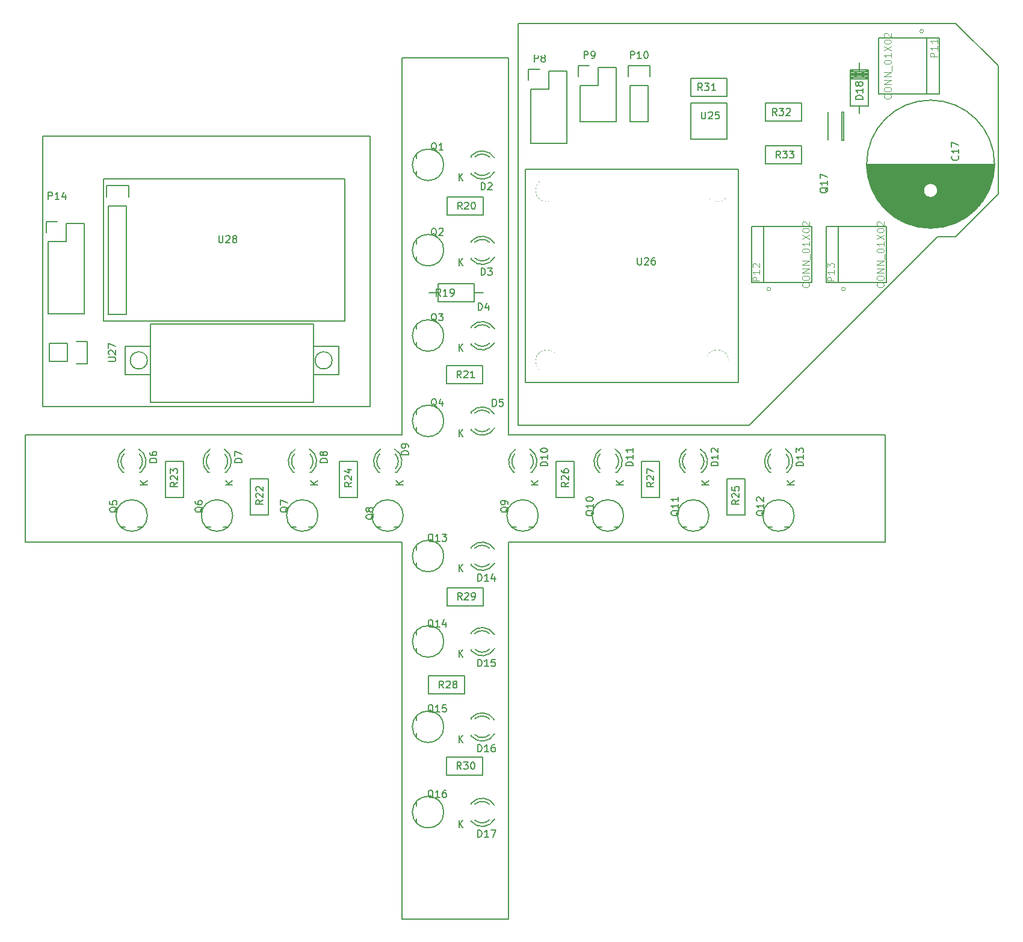
<source format=gto>
G04 #@! TF.FileFunction,Legend,Top*
%FSLAX46Y46*%
G04 Gerber Fmt 4.6, Leading zero omitted, Abs format (unit mm)*
G04 Created by KiCad (PCBNEW 4.0.1-stable) date 2016/11/09 23:27:56*
%MOMM*%
G01*
G04 APERTURE LIST*
%ADD10C,0.100000*%
%ADD11C,0.200000*%
%ADD12C,0.150000*%
%ADD13C,0.203200*%
%ADD14C,0.127000*%
%ADD15C,0.050000*%
%ADD16C,2.200000*%
%ADD17R,2.000000X2.000000*%
%ADD18C,2.000000*%
%ADD19R,1.727200X1.727200*%
%ADD20O,1.727200X1.727200*%
%ADD21C,1.524000*%
%ADD22C,1.998980*%
%ADD23C,3.200000*%
%ADD24C,4.000000*%
%ADD25R,1.300000X1.300000*%
%ADD26C,1.300000*%
%ADD27R,1.998980X1.998980*%
%ADD28R,2.032000X1.727200*%
%ADD29O,2.032000X1.727200*%
%ADD30R,2.950000X2.950000*%
%ADD31C,2.950000*%
%ADD32C,1.600000*%
%ADD33R,2.032000X2.032000*%
%ADD34O,2.032000X2.032000*%
G04 APERTURE END LIST*
D10*
D11*
X153500000Y-92000000D02*
X153500000Y-93000000D01*
X107500000Y-92000000D02*
X153500000Y-92000000D01*
X107500000Y-130000000D02*
X107500000Y-92000000D01*
X153500000Y-130000000D02*
X107500000Y-130000000D01*
X153500000Y-93000000D02*
X153500000Y-130000000D01*
X173000000Y-134000000D02*
X173000000Y-81000000D01*
X226000000Y-134000000D02*
X173000000Y-134000000D01*
X226000000Y-149000000D02*
X226000000Y-134000000D01*
X173000000Y-149000000D02*
X226000000Y-149000000D01*
X173000000Y-202000000D02*
X173000000Y-149000000D01*
X158000000Y-202000000D02*
X173000000Y-202000000D01*
X158000000Y-149000000D02*
X158000000Y-202000000D01*
X105000000Y-149000000D02*
X158000000Y-149000000D01*
X105000000Y-134000000D02*
X105000000Y-149000000D01*
X158000000Y-134000000D02*
X105000000Y-134000000D01*
X158000000Y-81000000D02*
X158000000Y-134000000D01*
X173000000Y-81000000D02*
X158000000Y-81000000D01*
X235900000Y-76100000D02*
X174400000Y-76100000D01*
X241900000Y-82100000D02*
X235900000Y-76100000D01*
X241900000Y-100100000D02*
X241900000Y-82100000D01*
X235900000Y-106100000D02*
X241900000Y-100100000D01*
X233400000Y-106100000D02*
X235900000Y-106100000D01*
X206900000Y-132600000D02*
X233400000Y-106100000D01*
X174400000Y-132600000D02*
X206900000Y-132600000D01*
X174400000Y-76100000D02*
X174400000Y-132600000D01*
X122200000Y-123500000D02*
G75*
G03X122200000Y-123500000I-1200000J0D01*
G01*
X148200000Y-123500000D02*
G75*
G03X148200000Y-123500000I-1200000J0D01*
G01*
X149100000Y-121500000D02*
X145600000Y-121500000D01*
X149100000Y-125500000D02*
X145600000Y-125500000D01*
X149100000Y-121500000D02*
X149100000Y-125500000D01*
X122600000Y-121500000D02*
X119100000Y-121500000D01*
X119100000Y-125500000D02*
X122600000Y-125500000D01*
X119100000Y-121500000D02*
X119100000Y-125500000D01*
X122600000Y-118400000D02*
X145600000Y-118400000D01*
X122600000Y-129400000D02*
X122600000Y-118400000D01*
X145600000Y-129400000D02*
X122600000Y-129400000D01*
X145600000Y-118400000D02*
X145600000Y-129400000D01*
X116000000Y-118000000D02*
X116000000Y-98000000D01*
X150000000Y-118000000D02*
X116000000Y-118000000D01*
X150000000Y-98000000D02*
X150000000Y-118000000D01*
X116000000Y-98000000D02*
X150000000Y-98000000D01*
D12*
X167801000Y-97314000D02*
X167801000Y-97114000D01*
X167801000Y-94720000D02*
X167801000Y-94900000D01*
X171028744Y-95030357D02*
G75*
G03X167801000Y-94714000I-1727744J-1003643D01*
G01*
X170353006Y-94900932D02*
G75*
G03X168250000Y-94900000I-1052006J-1133068D01*
G01*
X167813780Y-97340726D02*
G75*
G03X171051000Y-96994000I1497220J1306726D01*
G01*
X168287111Y-97113253D02*
G75*
G03X170335000Y-97094000I1013889J1079253D01*
G01*
X167801000Y-109314000D02*
X167801000Y-109114000D01*
X167801000Y-106720000D02*
X167801000Y-106900000D01*
X171028744Y-107030357D02*
G75*
G03X167801000Y-106714000I-1727744J-1003643D01*
G01*
X170353006Y-106900932D02*
G75*
G03X168250000Y-106900000I-1052006J-1133068D01*
G01*
X167813780Y-109340726D02*
G75*
G03X171051000Y-108994000I1497220J1306726D01*
G01*
X168287111Y-109113253D02*
G75*
G03X170335000Y-109094000I1013889J1079253D01*
G01*
X167801000Y-121314000D02*
X167801000Y-121114000D01*
X167801000Y-118720000D02*
X167801000Y-118900000D01*
X171028744Y-119030357D02*
G75*
G03X167801000Y-118714000I-1727744J-1003643D01*
G01*
X170353006Y-118900932D02*
G75*
G03X168250000Y-118900000I-1052006J-1133068D01*
G01*
X167813780Y-121340726D02*
G75*
G03X171051000Y-120994000I1497220J1306726D01*
G01*
X168287111Y-121113253D02*
G75*
G03X170335000Y-121094000I1013889J1079253D01*
G01*
X167801000Y-133314000D02*
X167801000Y-133114000D01*
X167801000Y-130720000D02*
X167801000Y-130900000D01*
X171028744Y-131030357D02*
G75*
G03X167801000Y-130714000I-1727744J-1003643D01*
G01*
X170353006Y-130900932D02*
G75*
G03X168250000Y-130900000I-1052006J-1133068D01*
G01*
X167813780Y-133340726D02*
G75*
G03X171051000Y-132994000I1497220J1306726D01*
G01*
X168287111Y-133113253D02*
G75*
G03X170335000Y-133094000I1013889J1079253D01*
G01*
X121314000Y-139199000D02*
X121114000Y-139199000D01*
X118720000Y-139199000D02*
X118900000Y-139199000D01*
X119030357Y-135971256D02*
G75*
G03X118714000Y-139199000I1003643J-1727744D01*
G01*
X118900932Y-136646994D02*
G75*
G03X118900000Y-138750000I1133068J-1052006D01*
G01*
X121340726Y-139186220D02*
G75*
G03X120994000Y-135949000I-1306726J1497220D01*
G01*
X121113253Y-138712889D02*
G75*
G03X121094000Y-136665000I-1079253J1013889D01*
G01*
X133314000Y-139199000D02*
X133114000Y-139199000D01*
X130720000Y-139199000D02*
X130900000Y-139199000D01*
X131030357Y-135971256D02*
G75*
G03X130714000Y-139199000I1003643J-1727744D01*
G01*
X130900932Y-136646994D02*
G75*
G03X130900000Y-138750000I1133068J-1052006D01*
G01*
X133340726Y-139186220D02*
G75*
G03X132994000Y-135949000I-1306726J1497220D01*
G01*
X133113253Y-138712889D02*
G75*
G03X133094000Y-136665000I-1079253J1013889D01*
G01*
X145314000Y-139199000D02*
X145114000Y-139199000D01*
X142720000Y-139199000D02*
X142900000Y-139199000D01*
X143030357Y-135971256D02*
G75*
G03X142714000Y-139199000I1003643J-1727744D01*
G01*
X142900932Y-136646994D02*
G75*
G03X142900000Y-138750000I1133068J-1052006D01*
G01*
X145340726Y-139186220D02*
G75*
G03X144994000Y-135949000I-1306726J1497220D01*
G01*
X145113253Y-138712889D02*
G75*
G03X145094000Y-136665000I-1079253J1013889D01*
G01*
X157314000Y-139199000D02*
X157114000Y-139199000D01*
X154720000Y-139199000D02*
X154900000Y-139199000D01*
X155030357Y-135971256D02*
G75*
G03X154714000Y-139199000I1003643J-1727744D01*
G01*
X154900932Y-136646994D02*
G75*
G03X154900000Y-138750000I1133068J-1052006D01*
G01*
X157340726Y-139186220D02*
G75*
G03X156994000Y-135949000I-1306726J1497220D01*
G01*
X157113253Y-138712889D02*
G75*
G03X157094000Y-136665000I-1079253J1013889D01*
G01*
X176314000Y-139199000D02*
X176114000Y-139199000D01*
X173720000Y-139199000D02*
X173900000Y-139199000D01*
X174030357Y-135971256D02*
G75*
G03X173714000Y-139199000I1003643J-1727744D01*
G01*
X173900932Y-136646994D02*
G75*
G03X173900000Y-138750000I1133068J-1052006D01*
G01*
X176340726Y-139186220D02*
G75*
G03X175994000Y-135949000I-1306726J1497220D01*
G01*
X176113253Y-138712889D02*
G75*
G03X176094000Y-136665000I-1079253J1013889D01*
G01*
X188314000Y-139199000D02*
X188114000Y-139199000D01*
X185720000Y-139199000D02*
X185900000Y-139199000D01*
X186030357Y-135971256D02*
G75*
G03X185714000Y-139199000I1003643J-1727744D01*
G01*
X185900932Y-136646994D02*
G75*
G03X185900000Y-138750000I1133068J-1052006D01*
G01*
X188340726Y-139186220D02*
G75*
G03X187994000Y-135949000I-1306726J1497220D01*
G01*
X188113253Y-138712889D02*
G75*
G03X188094000Y-136665000I-1079253J1013889D01*
G01*
X200314000Y-139199000D02*
X200114000Y-139199000D01*
X197720000Y-139199000D02*
X197900000Y-139199000D01*
X198030357Y-135971256D02*
G75*
G03X197714000Y-139199000I1003643J-1727744D01*
G01*
X197900932Y-136646994D02*
G75*
G03X197900000Y-138750000I1133068J-1052006D01*
G01*
X200340726Y-139186220D02*
G75*
G03X199994000Y-135949000I-1306726J1497220D01*
G01*
X200113253Y-138712889D02*
G75*
G03X200094000Y-136665000I-1079253J1013889D01*
G01*
X212314000Y-139199000D02*
X212114000Y-139199000D01*
X209720000Y-139199000D02*
X209900000Y-139199000D01*
X210030357Y-135971256D02*
G75*
G03X209714000Y-139199000I1003643J-1727744D01*
G01*
X209900932Y-136646994D02*
G75*
G03X209900000Y-138750000I1133068J-1052006D01*
G01*
X212340726Y-139186220D02*
G75*
G03X211994000Y-135949000I-1306726J1497220D01*
G01*
X212113253Y-138712889D02*
G75*
G03X212094000Y-136665000I-1079253J1013889D01*
G01*
X167801000Y-152314000D02*
X167801000Y-152114000D01*
X167801000Y-149720000D02*
X167801000Y-149900000D01*
X171028744Y-150030357D02*
G75*
G03X167801000Y-149714000I-1727744J-1003643D01*
G01*
X170353006Y-149900932D02*
G75*
G03X168250000Y-149900000I-1052006J-1133068D01*
G01*
X167813780Y-152340726D02*
G75*
G03X171051000Y-151994000I1497220J1306726D01*
G01*
X168287111Y-152113253D02*
G75*
G03X170335000Y-152094000I1013889J1079253D01*
G01*
X167801000Y-164314000D02*
X167801000Y-164114000D01*
X167801000Y-161720000D02*
X167801000Y-161900000D01*
X171028744Y-162030357D02*
G75*
G03X167801000Y-161714000I-1727744J-1003643D01*
G01*
X170353006Y-161900932D02*
G75*
G03X168250000Y-161900000I-1052006J-1133068D01*
G01*
X167813780Y-164340726D02*
G75*
G03X171051000Y-163994000I1497220J1306726D01*
G01*
X168287111Y-164113253D02*
G75*
G03X170335000Y-164094000I1013889J1079253D01*
G01*
X167801000Y-176314000D02*
X167801000Y-176114000D01*
X167801000Y-173720000D02*
X167801000Y-173900000D01*
X171028744Y-174030357D02*
G75*
G03X167801000Y-173714000I-1727744J-1003643D01*
G01*
X170353006Y-173900932D02*
G75*
G03X168250000Y-173900000I-1052006J-1133068D01*
G01*
X167813780Y-176340726D02*
G75*
G03X171051000Y-175994000I1497220J1306726D01*
G01*
X168287111Y-176113253D02*
G75*
G03X170335000Y-176094000I1013889J1079253D01*
G01*
X167801000Y-188314000D02*
X167801000Y-188114000D01*
X167801000Y-185720000D02*
X167801000Y-185900000D01*
X171028744Y-186030357D02*
G75*
G03X167801000Y-185714000I-1727744J-1003643D01*
G01*
X170353006Y-185900932D02*
G75*
G03X168250000Y-185900000I-1052006J-1133068D01*
G01*
X167813780Y-188340726D02*
G75*
G03X171051000Y-187994000I1497220J1306726D01*
G01*
X168287111Y-188113253D02*
G75*
G03X170335000Y-188094000I1013889J1079253D01*
G01*
X160100000Y-96900000D02*
X160100000Y-97500000D01*
X160100000Y-94500000D02*
X160100000Y-95100000D01*
X163909072Y-96000000D02*
G75*
G03X163909072Y-96000000I-2209072J0D01*
G01*
X160100000Y-108900000D02*
X160100000Y-109500000D01*
X160100000Y-106500000D02*
X160100000Y-107100000D01*
X163909072Y-108000000D02*
G75*
G03X163909072Y-108000000I-2209072J0D01*
G01*
X160100000Y-120900000D02*
X160100000Y-121500000D01*
X160100000Y-118500000D02*
X160100000Y-119100000D01*
X163909072Y-120000000D02*
G75*
G03X163909072Y-120000000I-2209072J0D01*
G01*
X160100000Y-132900000D02*
X160100000Y-133500000D01*
X160100000Y-130500000D02*
X160100000Y-131100000D01*
X163909072Y-132000000D02*
G75*
G03X163909072Y-132000000I-2209072J0D01*
G01*
X120900000Y-146900000D02*
X121500000Y-146900000D01*
X118500000Y-146900000D02*
X119100000Y-146900000D01*
X122209072Y-145300000D02*
G75*
G03X122209072Y-145300000I-2209072J0D01*
G01*
X132900000Y-146900000D02*
X133500000Y-146900000D01*
X130500000Y-146900000D02*
X131100000Y-146900000D01*
X134209072Y-145300000D02*
G75*
G03X134209072Y-145300000I-2209072J0D01*
G01*
X144900000Y-146900000D02*
X145500000Y-146900000D01*
X142500000Y-146900000D02*
X143100000Y-146900000D01*
X146209072Y-145300000D02*
G75*
G03X146209072Y-145300000I-2209072J0D01*
G01*
X156900000Y-146900000D02*
X157500000Y-146900000D01*
X154500000Y-146900000D02*
X155100000Y-146900000D01*
X158209072Y-145300000D02*
G75*
G03X158209072Y-145300000I-2209072J0D01*
G01*
X175900000Y-146900000D02*
X176500000Y-146900000D01*
X173500000Y-146900000D02*
X174100000Y-146900000D01*
X177209072Y-145300000D02*
G75*
G03X177209072Y-145300000I-2209072J0D01*
G01*
X187900000Y-146900000D02*
X188500000Y-146900000D01*
X185500000Y-146900000D02*
X186100000Y-146900000D01*
X189209072Y-145300000D02*
G75*
G03X189209072Y-145300000I-2209072J0D01*
G01*
X199900000Y-146900000D02*
X200500000Y-146900000D01*
X197500000Y-146900000D02*
X198100000Y-146900000D01*
X201209072Y-145300000D02*
G75*
G03X201209072Y-145300000I-2209072J0D01*
G01*
X211900000Y-146900000D02*
X212500000Y-146900000D01*
X209500000Y-146900000D02*
X210100000Y-146900000D01*
X213209072Y-145300000D02*
G75*
G03X213209072Y-145300000I-2209072J0D01*
G01*
X160100000Y-151900000D02*
X160100000Y-152500000D01*
X160100000Y-149500000D02*
X160100000Y-150100000D01*
X163909072Y-151000000D02*
G75*
G03X163909072Y-151000000I-2209072J0D01*
G01*
X160100000Y-163900000D02*
X160100000Y-164500000D01*
X160100000Y-161500000D02*
X160100000Y-162100000D01*
X163909072Y-163000000D02*
G75*
G03X163909072Y-163000000I-2209072J0D01*
G01*
X160100000Y-175900000D02*
X160100000Y-176500000D01*
X160100000Y-173500000D02*
X160100000Y-174100000D01*
X163909072Y-175000000D02*
G75*
G03X163909072Y-175000000I-2209072J0D01*
G01*
X160100000Y-187900000D02*
X160100000Y-188500000D01*
X160100000Y-185500000D02*
X160100000Y-186100000D01*
X163909072Y-187000000D02*
G75*
G03X163909072Y-187000000I-2209072J0D01*
G01*
X163140000Y-112730000D02*
X168220000Y-112730000D01*
X168220000Y-112730000D02*
X168220000Y-115270000D01*
X168220000Y-115270000D02*
X163140000Y-115270000D01*
X163140000Y-115270000D02*
X163140000Y-112730000D01*
X163140000Y-114000000D02*
X161870000Y-114000000D01*
X168220000Y-114000000D02*
X169490000Y-114000000D01*
X164370000Y-100530000D02*
X169450000Y-100530000D01*
X169450000Y-100530000D02*
X169450000Y-103070000D01*
X169450000Y-103070000D02*
X164370000Y-103070000D01*
X164370000Y-103070000D02*
X164370000Y-100530000D01*
X164270000Y-124230000D02*
X169350000Y-124230000D01*
X169350000Y-124230000D02*
X169350000Y-126770000D01*
X169350000Y-126770000D02*
X164270000Y-126770000D01*
X164270000Y-126770000D02*
X164270000Y-124230000D01*
X136730000Y-145230000D02*
X136730000Y-140150000D01*
X136730000Y-140150000D02*
X139270000Y-140150000D01*
X139270000Y-140150000D02*
X139270000Y-145230000D01*
X139270000Y-145230000D02*
X136730000Y-145230000D01*
X124730000Y-142730000D02*
X124730000Y-137650000D01*
X124730000Y-137650000D02*
X127270000Y-137650000D01*
X127270000Y-137650000D02*
X127270000Y-142730000D01*
X127270000Y-142730000D02*
X124730000Y-142730000D01*
X149230000Y-142730000D02*
X149230000Y-137650000D01*
X149230000Y-137650000D02*
X151770000Y-137650000D01*
X151770000Y-137650000D02*
X151770000Y-142730000D01*
X151770000Y-142730000D02*
X149230000Y-142730000D01*
X203730000Y-145230000D02*
X203730000Y-140150000D01*
X203730000Y-140150000D02*
X206270000Y-140150000D01*
X206270000Y-140150000D02*
X206270000Y-145230000D01*
X206270000Y-145230000D02*
X203730000Y-145230000D01*
X179730000Y-142730000D02*
X179730000Y-137650000D01*
X179730000Y-137650000D02*
X182270000Y-137650000D01*
X182270000Y-137650000D02*
X182270000Y-142730000D01*
X182270000Y-142730000D02*
X179730000Y-142730000D01*
X191730000Y-142730000D02*
X191730000Y-137650000D01*
X191730000Y-137650000D02*
X194270000Y-137650000D01*
X194270000Y-137650000D02*
X194270000Y-142730000D01*
X194270000Y-142730000D02*
X191730000Y-142730000D01*
X161770000Y-167830000D02*
X166850000Y-167830000D01*
X166850000Y-167830000D02*
X166850000Y-170370000D01*
X166850000Y-170370000D02*
X161770000Y-170370000D01*
X161770000Y-170370000D02*
X161770000Y-167830000D01*
X164370000Y-155430000D02*
X169450000Y-155430000D01*
X169450000Y-155430000D02*
X169450000Y-157970000D01*
X169450000Y-157970000D02*
X164370000Y-157970000D01*
X164370000Y-157970000D02*
X164370000Y-155430000D01*
X164270000Y-179230000D02*
X169350000Y-179230000D01*
X169350000Y-179230000D02*
X169350000Y-181770000D01*
X169350000Y-181770000D02*
X164270000Y-181770000D01*
X164270000Y-181770000D02*
X164270000Y-179230000D01*
X203913275Y-99600000D02*
G75*
G03X203913275Y-99600000I-1513275J0D01*
G01*
X205400000Y-96600000D02*
X175400000Y-96600000D01*
X175400000Y-96600000D02*
X175400000Y-126600000D01*
X175400000Y-126600000D02*
X205400000Y-126600000D01*
X205400000Y-126600000D02*
X205400000Y-96600000D01*
X179913275Y-99600000D02*
G75*
G03X179913275Y-99600000I-1513275J0D01*
G01*
X203913275Y-123600000D02*
G75*
G03X203913275Y-123600000I-1513275J0D01*
G01*
X179913275Y-123600000D02*
G75*
G03X179913275Y-123600000I-1513275J0D01*
G01*
X233873200Y-104749200D02*
X231053800Y-104774600D01*
X230317200Y-104647600D02*
X234457400Y-104622200D01*
X234990800Y-104520600D02*
X229910800Y-104520600D01*
X229453600Y-104393600D02*
X235295600Y-104393600D01*
X235676600Y-104266600D02*
X229148800Y-104266600D01*
X228818600Y-104139600D02*
X235956000Y-104139600D01*
X236286200Y-104012600D02*
X228564600Y-104012600D01*
X228259800Y-103885600D02*
X236514800Y-103885600D01*
X228005800Y-103758600D02*
X236718000Y-103758600D01*
X241400000Y-95925000D02*
X223400000Y-95925000D01*
X241397000Y-96065000D02*
X223403000Y-96065000D01*
X241392000Y-96205000D02*
X223408000Y-96205000D01*
X241385000Y-96345000D02*
X223415000Y-96345000D01*
X241375000Y-96485000D02*
X223425000Y-96485000D01*
X241362000Y-96625000D02*
X223438000Y-96625000D01*
X241348000Y-96765000D02*
X223452000Y-96765000D01*
X241330000Y-96905000D02*
X223470000Y-96905000D01*
X241310000Y-97045000D02*
X223490000Y-97045000D01*
X241288000Y-97185000D02*
X223512000Y-97185000D01*
X241263000Y-97325000D02*
X223537000Y-97325000D01*
X241235000Y-97465000D02*
X223565000Y-97465000D01*
X241205000Y-97605000D02*
X223595000Y-97605000D01*
X241172000Y-97745000D02*
X223628000Y-97745000D01*
X241137000Y-97885000D02*
X223663000Y-97885000D01*
X241099000Y-98025000D02*
X223701000Y-98025000D01*
X241058000Y-98165000D02*
X223742000Y-98165000D01*
X241014000Y-98305000D02*
X223786000Y-98305000D01*
X240967000Y-98445000D02*
X223833000Y-98445000D01*
X240918000Y-98585000D02*
X223882000Y-98585000D01*
X240866000Y-98725000D02*
X232884000Y-98725000D01*
X231916000Y-98725000D02*
X223934000Y-98725000D01*
X240850000Y-98865000D02*
X233078000Y-98865000D01*
X231722000Y-98865000D02*
X223990000Y-98865000D01*
X240800000Y-99005000D02*
X233204000Y-99005000D01*
X231596000Y-99005000D02*
X224020000Y-99005000D01*
X240750000Y-99145000D02*
X233290000Y-99145000D01*
X231510000Y-99145000D02*
X224050000Y-99145000D01*
X240650000Y-99285000D02*
X233349000Y-99285000D01*
X231451000Y-99285000D02*
X224070000Y-99285000D01*
X240650000Y-99425000D02*
X233385000Y-99425000D01*
X231415000Y-99425000D02*
X224120000Y-99425000D01*
X240585000Y-99565000D02*
X233399000Y-99565000D01*
X231401000Y-99565000D02*
X224200000Y-99565000D01*
X240550000Y-99705000D02*
X233394000Y-99705000D01*
X231406000Y-99705000D02*
X224250000Y-99705000D01*
X240500000Y-99845000D02*
X233370000Y-99845000D01*
X231430000Y-99845000D02*
X224350000Y-99845000D01*
X240400000Y-99985000D02*
X233323000Y-99985000D01*
X231477000Y-99985000D02*
X224450000Y-99985000D01*
X240300000Y-100125000D02*
X233251000Y-100125000D01*
X231549000Y-100125000D02*
X224530000Y-100125000D01*
X240200000Y-100265000D02*
X233147000Y-100265000D01*
X231653000Y-100265000D02*
X224550000Y-100265000D01*
X240150000Y-100405000D02*
X232993000Y-100405000D01*
X231807000Y-100405000D02*
X224620000Y-100405000D01*
X240100000Y-100545000D02*
X232727000Y-100545000D01*
X232073000Y-100545000D02*
X224700000Y-100545000D01*
X240000000Y-100685000D02*
X224800000Y-100685000D01*
X239900000Y-100825000D02*
X224900000Y-100825000D01*
X239800000Y-100965000D02*
X225000000Y-100965000D01*
X239700000Y-101105000D02*
X225100000Y-101105000D01*
X239600000Y-101245000D02*
X225200000Y-101245000D01*
X239500000Y-101385000D02*
X225300000Y-101385000D01*
X239400000Y-101525000D02*
X225400000Y-101525000D01*
X239300000Y-101665000D02*
X225500000Y-101665000D01*
X239200000Y-101805000D02*
X225600000Y-101805000D01*
X239000000Y-101945000D02*
X225800000Y-101945000D01*
X238900000Y-102085000D02*
X225900000Y-102085000D01*
X238800000Y-102225000D02*
X226000000Y-102225000D01*
X238600000Y-102365000D02*
X226200000Y-102365000D01*
X238500000Y-102505000D02*
X226300000Y-102505000D01*
X238300000Y-102645000D02*
X226500000Y-102645000D01*
X238200000Y-102785000D02*
X226600000Y-102785000D01*
X238000000Y-102925000D02*
X226800000Y-102925000D01*
X237850000Y-103065000D02*
X226950000Y-103065000D01*
X237650000Y-103205000D02*
X227150000Y-103205000D01*
X237450000Y-103345000D02*
X227350000Y-103345000D01*
X237200000Y-103485000D02*
X227600000Y-103485000D01*
X237000000Y-103625000D02*
X227800000Y-103625000D01*
X233400000Y-99600000D02*
G75*
G03X233400000Y-99600000I-1000000J0D01*
G01*
X241400000Y-95910000D02*
G75*
G03X241400000Y-95910000I-9000000J0D01*
G01*
X222402540Y-87720000D02*
X222402540Y-88736000D01*
X222402540Y-82894000D02*
X222402540Y-81624000D01*
X223672540Y-83148000D02*
X221132540Y-83148000D01*
X223672540Y-83402000D02*
X221132540Y-83402000D01*
X223672540Y-83656000D02*
X221132540Y-83656000D01*
X223672540Y-82894000D02*
X221132540Y-82894000D01*
X223672540Y-83910000D02*
X221132540Y-82640000D01*
X223672540Y-82640000D02*
X221132540Y-83910000D01*
X223672540Y-83910000D02*
X221132540Y-83910000D01*
X223672540Y-83275000D02*
X221132540Y-83275000D01*
X221132540Y-82640000D02*
X223672540Y-82640000D01*
X223672540Y-82640000D02*
X223672540Y-87720000D01*
X223672540Y-87720000D02*
X221132540Y-87720000D01*
X221132540Y-87720000D02*
X221132540Y-82640000D01*
X176130000Y-85370000D02*
X176130000Y-92990000D01*
X176130000Y-92990000D02*
X181210000Y-92990000D01*
X181210000Y-92990000D02*
X181210000Y-82830000D01*
X181210000Y-82830000D02*
X178670000Y-82830000D01*
X177400000Y-82550000D02*
X175850000Y-82550000D01*
X178670000Y-82830000D02*
X178670000Y-85370000D01*
X178670000Y-85370000D02*
X176130000Y-85370000D01*
X175850000Y-82550000D02*
X175850000Y-84100000D01*
X183130000Y-84870000D02*
X183130000Y-89950000D01*
X182850000Y-82050000D02*
X184400000Y-82050000D01*
X185670000Y-82330000D02*
X185670000Y-84870000D01*
X185670000Y-84870000D02*
X183130000Y-84870000D01*
X183130000Y-89950000D02*
X188210000Y-89950000D01*
X188210000Y-89950000D02*
X188210000Y-84870000D01*
X182850000Y-82050000D02*
X182850000Y-83600000D01*
X188210000Y-82330000D02*
X185670000Y-82330000D01*
X188210000Y-84870000D02*
X188210000Y-82330000D01*
X190130000Y-84870000D02*
X190130000Y-89950000D01*
X190130000Y-89950000D02*
X192670000Y-89950000D01*
X192670000Y-89950000D02*
X192670000Y-84870000D01*
X192950000Y-82050000D02*
X192950000Y-83600000D01*
X192670000Y-84870000D02*
X190130000Y-84870000D01*
X189850000Y-83600000D02*
X189850000Y-82050000D01*
X189850000Y-82050000D02*
X192950000Y-82050000D01*
D13*
X225100000Y-86030000D02*
X225100000Y-78170000D01*
X225100000Y-78170000D02*
X231900000Y-78170000D01*
X231900000Y-86030000D02*
X225100000Y-86030000D01*
X231900000Y-86030000D02*
X231900000Y-78170000D01*
D14*
X233600000Y-78170000D02*
X233600000Y-86030000D01*
X231900000Y-78170000D02*
X233600000Y-78170000D01*
X231900000Y-86030000D02*
X233600000Y-86030000D01*
D10*
X231404000Y-77225000D02*
G75*
G03X231404000Y-77225000I-254000J0D01*
G01*
D13*
X215700000Y-104670000D02*
X215700000Y-112530000D01*
X215700000Y-112530000D02*
X208900000Y-112530000D01*
X208900000Y-104670000D02*
X215700000Y-104670000D01*
X208900000Y-104670000D02*
X208900000Y-112530000D01*
D14*
X207200000Y-112530000D02*
X207200000Y-104670000D01*
X208900000Y-112530000D02*
X207200000Y-112530000D01*
X208900000Y-104670000D02*
X207200000Y-104670000D01*
D10*
X209904000Y-113475000D02*
G75*
G03X209904000Y-113475000I-254000J0D01*
G01*
D13*
X226200000Y-104670000D02*
X226200000Y-112530000D01*
X226200000Y-112530000D02*
X219400000Y-112530000D01*
X219400000Y-104670000D02*
X226200000Y-104670000D01*
X219400000Y-104670000D02*
X219400000Y-112530000D01*
D14*
X217700000Y-112530000D02*
X217700000Y-104670000D01*
X219400000Y-112530000D02*
X217700000Y-112530000D01*
X219400000Y-104670000D02*
X217700000Y-104670000D01*
D10*
X220404000Y-113475000D02*
G75*
G03X220404000Y-113475000I-254000J0D01*
G01*
D12*
X218000000Y-88600000D02*
X218000000Y-92500000D01*
X218000000Y-92500000D02*
X218000000Y-92300000D01*
X219900000Y-92600000D02*
X220200000Y-92600000D01*
X220200000Y-92600000D02*
X220200000Y-88600000D01*
X220200000Y-88600000D02*
X220000000Y-88600000D01*
X220000000Y-88600000D02*
X219900000Y-88600000D01*
X219900000Y-92600000D02*
X219900000Y-88600000D01*
X198670000Y-83830000D02*
X203750000Y-83830000D01*
X203750000Y-83830000D02*
X203750000Y-86370000D01*
X203750000Y-86370000D02*
X198670000Y-86370000D01*
X198670000Y-86370000D02*
X198670000Y-83830000D01*
X209170000Y-87330000D02*
X214250000Y-87330000D01*
X214250000Y-87330000D02*
X214250000Y-89870000D01*
X214250000Y-89870000D02*
X209170000Y-89870000D01*
X209170000Y-89870000D02*
X209170000Y-87330000D01*
X209170000Y-93330000D02*
X214250000Y-93330000D01*
X214250000Y-93330000D02*
X214250000Y-95870000D01*
X214250000Y-95870000D02*
X209170000Y-95870000D01*
X209170000Y-95870000D02*
X209170000Y-93330000D01*
X198630000Y-87330000D02*
X198630000Y-92410000D01*
X198630000Y-92410000D02*
X203710000Y-92410000D01*
X203710000Y-92410000D02*
X203710000Y-87330000D01*
X203710000Y-87330000D02*
X198630000Y-87330000D01*
X113310000Y-104230000D02*
X113310000Y-116930000D01*
X113310000Y-116930000D02*
X108230000Y-116930000D01*
X108230000Y-116930000D02*
X108230000Y-106770000D01*
X113310000Y-104230000D02*
X110770000Y-104230000D01*
X109500000Y-103950000D02*
X107950000Y-103950000D01*
X110770000Y-104230000D02*
X110770000Y-106770000D01*
X110770000Y-106770000D02*
X108230000Y-106770000D01*
X107950000Y-103950000D02*
X107950000Y-105500000D01*
X110930000Y-123670000D02*
X108390000Y-123670000D01*
X113750000Y-123950000D02*
X112200000Y-123950000D01*
X110930000Y-123670000D02*
X110930000Y-121130000D01*
X112200000Y-120850000D02*
X113750000Y-120850000D01*
X113750000Y-120850000D02*
X113750000Y-123950000D01*
X110930000Y-121130000D02*
X108390000Y-121130000D01*
X108390000Y-121130000D02*
X108390000Y-123670000D01*
X116730000Y-101770000D02*
X116730000Y-117010000D01*
X116730000Y-117010000D02*
X119270000Y-117010000D01*
X119270000Y-117010000D02*
X119270000Y-101770000D01*
X116450000Y-98950000D02*
X116450000Y-100500000D01*
X116730000Y-101770000D02*
X119270000Y-101770000D01*
X119550000Y-100500000D02*
X119550000Y-98950000D01*
X119550000Y-98950000D02*
X116450000Y-98950000D01*
X169171905Y-99512381D02*
X169171905Y-98512381D01*
X169410000Y-98512381D01*
X169552858Y-98560000D01*
X169648096Y-98655238D01*
X169695715Y-98750476D01*
X169743334Y-98940952D01*
X169743334Y-99083810D01*
X169695715Y-99274286D01*
X169648096Y-99369524D01*
X169552858Y-99464762D01*
X169410000Y-99512381D01*
X169171905Y-99512381D01*
X170124286Y-98607619D02*
X170171905Y-98560000D01*
X170267143Y-98512381D01*
X170505239Y-98512381D01*
X170600477Y-98560000D01*
X170648096Y-98607619D01*
X170695715Y-98702857D01*
X170695715Y-98798095D01*
X170648096Y-98940952D01*
X170076667Y-99512381D01*
X170695715Y-99512381D01*
X166048095Y-98192381D02*
X166048095Y-97192381D01*
X166619524Y-98192381D02*
X166190952Y-97620952D01*
X166619524Y-97192381D02*
X166048095Y-97763810D01*
X169171905Y-111512381D02*
X169171905Y-110512381D01*
X169410000Y-110512381D01*
X169552858Y-110560000D01*
X169648096Y-110655238D01*
X169695715Y-110750476D01*
X169743334Y-110940952D01*
X169743334Y-111083810D01*
X169695715Y-111274286D01*
X169648096Y-111369524D01*
X169552858Y-111464762D01*
X169410000Y-111512381D01*
X169171905Y-111512381D01*
X170076667Y-110512381D02*
X170695715Y-110512381D01*
X170362381Y-110893333D01*
X170505239Y-110893333D01*
X170600477Y-110940952D01*
X170648096Y-110988571D01*
X170695715Y-111083810D01*
X170695715Y-111321905D01*
X170648096Y-111417143D01*
X170600477Y-111464762D01*
X170505239Y-111512381D01*
X170219524Y-111512381D01*
X170124286Y-111464762D01*
X170076667Y-111417143D01*
X166048095Y-110192381D02*
X166048095Y-109192381D01*
X166619524Y-110192381D02*
X166190952Y-109620952D01*
X166619524Y-109192381D02*
X166048095Y-109763810D01*
X168761905Y-116452381D02*
X168761905Y-115452381D01*
X169000000Y-115452381D01*
X169142858Y-115500000D01*
X169238096Y-115595238D01*
X169285715Y-115690476D01*
X169333334Y-115880952D01*
X169333334Y-116023810D01*
X169285715Y-116214286D01*
X169238096Y-116309524D01*
X169142858Y-116404762D01*
X169000000Y-116452381D01*
X168761905Y-116452381D01*
X170190477Y-115785714D02*
X170190477Y-116452381D01*
X169952381Y-115404762D02*
X169714286Y-116119048D01*
X170333334Y-116119048D01*
X166048095Y-122192381D02*
X166048095Y-121192381D01*
X166619524Y-122192381D02*
X166190952Y-121620952D01*
X166619524Y-121192381D02*
X166048095Y-121763810D01*
X170761905Y-129952381D02*
X170761905Y-128952381D01*
X171000000Y-128952381D01*
X171142858Y-129000000D01*
X171238096Y-129095238D01*
X171285715Y-129190476D01*
X171333334Y-129380952D01*
X171333334Y-129523810D01*
X171285715Y-129714286D01*
X171238096Y-129809524D01*
X171142858Y-129904762D01*
X171000000Y-129952381D01*
X170761905Y-129952381D01*
X172238096Y-128952381D02*
X171761905Y-128952381D01*
X171714286Y-129428571D01*
X171761905Y-129380952D01*
X171857143Y-129333333D01*
X172095239Y-129333333D01*
X172190477Y-129380952D01*
X172238096Y-129428571D01*
X172285715Y-129523810D01*
X172285715Y-129761905D01*
X172238096Y-129857143D01*
X172190477Y-129904762D01*
X172095239Y-129952381D01*
X171857143Y-129952381D01*
X171761905Y-129904762D01*
X171714286Y-129857143D01*
X166048095Y-134192381D02*
X166048095Y-133192381D01*
X166619524Y-134192381D02*
X166190952Y-133620952D01*
X166619524Y-133192381D02*
X166048095Y-133763810D01*
X123512381Y-137828095D02*
X122512381Y-137828095D01*
X122512381Y-137590000D01*
X122560000Y-137447142D01*
X122655238Y-137351904D01*
X122750476Y-137304285D01*
X122940952Y-137256666D01*
X123083810Y-137256666D01*
X123274286Y-137304285D01*
X123369524Y-137351904D01*
X123464762Y-137447142D01*
X123512381Y-137590000D01*
X123512381Y-137828095D01*
X122512381Y-136399523D02*
X122512381Y-136590000D01*
X122560000Y-136685238D01*
X122607619Y-136732857D01*
X122750476Y-136828095D01*
X122940952Y-136875714D01*
X123321905Y-136875714D01*
X123417143Y-136828095D01*
X123464762Y-136780476D01*
X123512381Y-136685238D01*
X123512381Y-136494761D01*
X123464762Y-136399523D01*
X123417143Y-136351904D01*
X123321905Y-136304285D01*
X123083810Y-136304285D01*
X122988571Y-136351904D01*
X122940952Y-136399523D01*
X122893333Y-136494761D01*
X122893333Y-136685238D01*
X122940952Y-136780476D01*
X122988571Y-136828095D01*
X123083810Y-136875714D01*
X122192381Y-140951905D02*
X121192381Y-140951905D01*
X122192381Y-140380476D02*
X121620952Y-140809048D01*
X121192381Y-140380476D02*
X121763810Y-140951905D01*
X135512381Y-137828095D02*
X134512381Y-137828095D01*
X134512381Y-137590000D01*
X134560000Y-137447142D01*
X134655238Y-137351904D01*
X134750476Y-137304285D01*
X134940952Y-137256666D01*
X135083810Y-137256666D01*
X135274286Y-137304285D01*
X135369524Y-137351904D01*
X135464762Y-137447142D01*
X135512381Y-137590000D01*
X135512381Y-137828095D01*
X134512381Y-136923333D02*
X134512381Y-136256666D01*
X135512381Y-136685238D01*
X134192381Y-140951905D02*
X133192381Y-140951905D01*
X134192381Y-140380476D02*
X133620952Y-140809048D01*
X133192381Y-140380476D02*
X133763810Y-140951905D01*
X147512381Y-137828095D02*
X146512381Y-137828095D01*
X146512381Y-137590000D01*
X146560000Y-137447142D01*
X146655238Y-137351904D01*
X146750476Y-137304285D01*
X146940952Y-137256666D01*
X147083810Y-137256666D01*
X147274286Y-137304285D01*
X147369524Y-137351904D01*
X147464762Y-137447142D01*
X147512381Y-137590000D01*
X147512381Y-137828095D01*
X146940952Y-136685238D02*
X146893333Y-136780476D01*
X146845714Y-136828095D01*
X146750476Y-136875714D01*
X146702857Y-136875714D01*
X146607619Y-136828095D01*
X146560000Y-136780476D01*
X146512381Y-136685238D01*
X146512381Y-136494761D01*
X146560000Y-136399523D01*
X146607619Y-136351904D01*
X146702857Y-136304285D01*
X146750476Y-136304285D01*
X146845714Y-136351904D01*
X146893333Y-136399523D01*
X146940952Y-136494761D01*
X146940952Y-136685238D01*
X146988571Y-136780476D01*
X147036190Y-136828095D01*
X147131429Y-136875714D01*
X147321905Y-136875714D01*
X147417143Y-136828095D01*
X147464762Y-136780476D01*
X147512381Y-136685238D01*
X147512381Y-136494761D01*
X147464762Y-136399523D01*
X147417143Y-136351904D01*
X147321905Y-136304285D01*
X147131429Y-136304285D01*
X147036190Y-136351904D01*
X146988571Y-136399523D01*
X146940952Y-136494761D01*
X146192381Y-140951905D02*
X145192381Y-140951905D01*
X146192381Y-140380476D02*
X145620952Y-140809048D01*
X145192381Y-140380476D02*
X145763810Y-140951905D01*
X158952381Y-136738095D02*
X157952381Y-136738095D01*
X157952381Y-136500000D01*
X158000000Y-136357142D01*
X158095238Y-136261904D01*
X158190476Y-136214285D01*
X158380952Y-136166666D01*
X158523810Y-136166666D01*
X158714286Y-136214285D01*
X158809524Y-136261904D01*
X158904762Y-136357142D01*
X158952381Y-136500000D01*
X158952381Y-136738095D01*
X158952381Y-135690476D02*
X158952381Y-135500000D01*
X158904762Y-135404761D01*
X158857143Y-135357142D01*
X158714286Y-135261904D01*
X158523810Y-135214285D01*
X158142857Y-135214285D01*
X158047619Y-135261904D01*
X158000000Y-135309523D01*
X157952381Y-135404761D01*
X157952381Y-135595238D01*
X158000000Y-135690476D01*
X158047619Y-135738095D01*
X158142857Y-135785714D01*
X158380952Y-135785714D01*
X158476190Y-135738095D01*
X158523810Y-135690476D01*
X158571429Y-135595238D01*
X158571429Y-135404761D01*
X158523810Y-135309523D01*
X158476190Y-135261904D01*
X158380952Y-135214285D01*
X158192381Y-140951905D02*
X157192381Y-140951905D01*
X158192381Y-140380476D02*
X157620952Y-140809048D01*
X157192381Y-140380476D02*
X157763810Y-140951905D01*
X178512381Y-138304286D02*
X177512381Y-138304286D01*
X177512381Y-138066191D01*
X177560000Y-137923333D01*
X177655238Y-137828095D01*
X177750476Y-137780476D01*
X177940952Y-137732857D01*
X178083810Y-137732857D01*
X178274286Y-137780476D01*
X178369524Y-137828095D01*
X178464762Y-137923333D01*
X178512381Y-138066191D01*
X178512381Y-138304286D01*
X178512381Y-136780476D02*
X178512381Y-137351905D01*
X178512381Y-137066191D02*
X177512381Y-137066191D01*
X177655238Y-137161429D01*
X177750476Y-137256667D01*
X177798095Y-137351905D01*
X177512381Y-136161429D02*
X177512381Y-136066190D01*
X177560000Y-135970952D01*
X177607619Y-135923333D01*
X177702857Y-135875714D01*
X177893333Y-135828095D01*
X178131429Y-135828095D01*
X178321905Y-135875714D01*
X178417143Y-135923333D01*
X178464762Y-135970952D01*
X178512381Y-136066190D01*
X178512381Y-136161429D01*
X178464762Y-136256667D01*
X178417143Y-136304286D01*
X178321905Y-136351905D01*
X178131429Y-136399524D01*
X177893333Y-136399524D01*
X177702857Y-136351905D01*
X177607619Y-136304286D01*
X177560000Y-136256667D01*
X177512381Y-136161429D01*
X177192381Y-140951905D02*
X176192381Y-140951905D01*
X177192381Y-140380476D02*
X176620952Y-140809048D01*
X176192381Y-140380476D02*
X176763810Y-140951905D01*
X190512381Y-138304286D02*
X189512381Y-138304286D01*
X189512381Y-138066191D01*
X189560000Y-137923333D01*
X189655238Y-137828095D01*
X189750476Y-137780476D01*
X189940952Y-137732857D01*
X190083810Y-137732857D01*
X190274286Y-137780476D01*
X190369524Y-137828095D01*
X190464762Y-137923333D01*
X190512381Y-138066191D01*
X190512381Y-138304286D01*
X190512381Y-136780476D02*
X190512381Y-137351905D01*
X190512381Y-137066191D02*
X189512381Y-137066191D01*
X189655238Y-137161429D01*
X189750476Y-137256667D01*
X189798095Y-137351905D01*
X190512381Y-135828095D02*
X190512381Y-136399524D01*
X190512381Y-136113810D02*
X189512381Y-136113810D01*
X189655238Y-136209048D01*
X189750476Y-136304286D01*
X189798095Y-136399524D01*
X189192381Y-140951905D02*
X188192381Y-140951905D01*
X189192381Y-140380476D02*
X188620952Y-140809048D01*
X188192381Y-140380476D02*
X188763810Y-140951905D01*
X202512381Y-138304286D02*
X201512381Y-138304286D01*
X201512381Y-138066191D01*
X201560000Y-137923333D01*
X201655238Y-137828095D01*
X201750476Y-137780476D01*
X201940952Y-137732857D01*
X202083810Y-137732857D01*
X202274286Y-137780476D01*
X202369524Y-137828095D01*
X202464762Y-137923333D01*
X202512381Y-138066191D01*
X202512381Y-138304286D01*
X202512381Y-136780476D02*
X202512381Y-137351905D01*
X202512381Y-137066191D02*
X201512381Y-137066191D01*
X201655238Y-137161429D01*
X201750476Y-137256667D01*
X201798095Y-137351905D01*
X201607619Y-136399524D02*
X201560000Y-136351905D01*
X201512381Y-136256667D01*
X201512381Y-136018571D01*
X201560000Y-135923333D01*
X201607619Y-135875714D01*
X201702857Y-135828095D01*
X201798095Y-135828095D01*
X201940952Y-135875714D01*
X202512381Y-136447143D01*
X202512381Y-135828095D01*
X201192381Y-140951905D02*
X200192381Y-140951905D01*
X201192381Y-140380476D02*
X200620952Y-140809048D01*
X200192381Y-140380476D02*
X200763810Y-140951905D01*
X214512381Y-138304286D02*
X213512381Y-138304286D01*
X213512381Y-138066191D01*
X213560000Y-137923333D01*
X213655238Y-137828095D01*
X213750476Y-137780476D01*
X213940952Y-137732857D01*
X214083810Y-137732857D01*
X214274286Y-137780476D01*
X214369524Y-137828095D01*
X214464762Y-137923333D01*
X214512381Y-138066191D01*
X214512381Y-138304286D01*
X214512381Y-136780476D02*
X214512381Y-137351905D01*
X214512381Y-137066191D02*
X213512381Y-137066191D01*
X213655238Y-137161429D01*
X213750476Y-137256667D01*
X213798095Y-137351905D01*
X213512381Y-136447143D02*
X213512381Y-135828095D01*
X213893333Y-136161429D01*
X213893333Y-136018571D01*
X213940952Y-135923333D01*
X213988571Y-135875714D01*
X214083810Y-135828095D01*
X214321905Y-135828095D01*
X214417143Y-135875714D01*
X214464762Y-135923333D01*
X214512381Y-136018571D01*
X214512381Y-136304286D01*
X214464762Y-136399524D01*
X214417143Y-136447143D01*
X213192381Y-140951905D02*
X212192381Y-140951905D01*
X213192381Y-140380476D02*
X212620952Y-140809048D01*
X212192381Y-140380476D02*
X212763810Y-140951905D01*
X168695714Y-154512381D02*
X168695714Y-153512381D01*
X168933809Y-153512381D01*
X169076667Y-153560000D01*
X169171905Y-153655238D01*
X169219524Y-153750476D01*
X169267143Y-153940952D01*
X169267143Y-154083810D01*
X169219524Y-154274286D01*
X169171905Y-154369524D01*
X169076667Y-154464762D01*
X168933809Y-154512381D01*
X168695714Y-154512381D01*
X170219524Y-154512381D02*
X169648095Y-154512381D01*
X169933809Y-154512381D02*
X169933809Y-153512381D01*
X169838571Y-153655238D01*
X169743333Y-153750476D01*
X169648095Y-153798095D01*
X171076667Y-153845714D02*
X171076667Y-154512381D01*
X170838571Y-153464762D02*
X170600476Y-154179048D01*
X171219524Y-154179048D01*
X166048095Y-153192381D02*
X166048095Y-152192381D01*
X166619524Y-153192381D02*
X166190952Y-152620952D01*
X166619524Y-152192381D02*
X166048095Y-152763810D01*
X168695714Y-166512381D02*
X168695714Y-165512381D01*
X168933809Y-165512381D01*
X169076667Y-165560000D01*
X169171905Y-165655238D01*
X169219524Y-165750476D01*
X169267143Y-165940952D01*
X169267143Y-166083810D01*
X169219524Y-166274286D01*
X169171905Y-166369524D01*
X169076667Y-166464762D01*
X168933809Y-166512381D01*
X168695714Y-166512381D01*
X170219524Y-166512381D02*
X169648095Y-166512381D01*
X169933809Y-166512381D02*
X169933809Y-165512381D01*
X169838571Y-165655238D01*
X169743333Y-165750476D01*
X169648095Y-165798095D01*
X171124286Y-165512381D02*
X170648095Y-165512381D01*
X170600476Y-165988571D01*
X170648095Y-165940952D01*
X170743333Y-165893333D01*
X170981429Y-165893333D01*
X171076667Y-165940952D01*
X171124286Y-165988571D01*
X171171905Y-166083810D01*
X171171905Y-166321905D01*
X171124286Y-166417143D01*
X171076667Y-166464762D01*
X170981429Y-166512381D01*
X170743333Y-166512381D01*
X170648095Y-166464762D01*
X170600476Y-166417143D01*
X166048095Y-165192381D02*
X166048095Y-164192381D01*
X166619524Y-165192381D02*
X166190952Y-164620952D01*
X166619524Y-164192381D02*
X166048095Y-164763810D01*
X168695714Y-178512381D02*
X168695714Y-177512381D01*
X168933809Y-177512381D01*
X169076667Y-177560000D01*
X169171905Y-177655238D01*
X169219524Y-177750476D01*
X169267143Y-177940952D01*
X169267143Y-178083810D01*
X169219524Y-178274286D01*
X169171905Y-178369524D01*
X169076667Y-178464762D01*
X168933809Y-178512381D01*
X168695714Y-178512381D01*
X170219524Y-178512381D02*
X169648095Y-178512381D01*
X169933809Y-178512381D02*
X169933809Y-177512381D01*
X169838571Y-177655238D01*
X169743333Y-177750476D01*
X169648095Y-177798095D01*
X171076667Y-177512381D02*
X170886190Y-177512381D01*
X170790952Y-177560000D01*
X170743333Y-177607619D01*
X170648095Y-177750476D01*
X170600476Y-177940952D01*
X170600476Y-178321905D01*
X170648095Y-178417143D01*
X170695714Y-178464762D01*
X170790952Y-178512381D01*
X170981429Y-178512381D01*
X171076667Y-178464762D01*
X171124286Y-178417143D01*
X171171905Y-178321905D01*
X171171905Y-178083810D01*
X171124286Y-177988571D01*
X171076667Y-177940952D01*
X170981429Y-177893333D01*
X170790952Y-177893333D01*
X170695714Y-177940952D01*
X170648095Y-177988571D01*
X170600476Y-178083810D01*
X166048095Y-177192381D02*
X166048095Y-176192381D01*
X166619524Y-177192381D02*
X166190952Y-176620952D01*
X166619524Y-176192381D02*
X166048095Y-176763810D01*
X168695714Y-190512381D02*
X168695714Y-189512381D01*
X168933809Y-189512381D01*
X169076667Y-189560000D01*
X169171905Y-189655238D01*
X169219524Y-189750476D01*
X169267143Y-189940952D01*
X169267143Y-190083810D01*
X169219524Y-190274286D01*
X169171905Y-190369524D01*
X169076667Y-190464762D01*
X168933809Y-190512381D01*
X168695714Y-190512381D01*
X170219524Y-190512381D02*
X169648095Y-190512381D01*
X169933809Y-190512381D02*
X169933809Y-189512381D01*
X169838571Y-189655238D01*
X169743333Y-189750476D01*
X169648095Y-189798095D01*
X170552857Y-189512381D02*
X171219524Y-189512381D01*
X170790952Y-190512381D01*
X166048095Y-189192381D02*
X166048095Y-188192381D01*
X166619524Y-189192381D02*
X166190952Y-188620952D01*
X166619524Y-188192381D02*
X166048095Y-188763810D01*
X162904762Y-94007619D02*
X162809524Y-93960000D01*
X162714286Y-93864762D01*
X162571429Y-93721905D01*
X162476190Y-93674286D01*
X162380952Y-93674286D01*
X162428571Y-93912381D02*
X162333333Y-93864762D01*
X162238095Y-93769524D01*
X162190476Y-93579048D01*
X162190476Y-93245714D01*
X162238095Y-93055238D01*
X162333333Y-92960000D01*
X162428571Y-92912381D01*
X162619048Y-92912381D01*
X162714286Y-92960000D01*
X162809524Y-93055238D01*
X162857143Y-93245714D01*
X162857143Y-93579048D01*
X162809524Y-93769524D01*
X162714286Y-93864762D01*
X162619048Y-93912381D01*
X162428571Y-93912381D01*
X163809524Y-93912381D02*
X163238095Y-93912381D01*
X163523809Y-93912381D02*
X163523809Y-92912381D01*
X163428571Y-93055238D01*
X163333333Y-93150476D01*
X163238095Y-93198095D01*
X162904762Y-106007619D02*
X162809524Y-105960000D01*
X162714286Y-105864762D01*
X162571429Y-105721905D01*
X162476190Y-105674286D01*
X162380952Y-105674286D01*
X162428571Y-105912381D02*
X162333333Y-105864762D01*
X162238095Y-105769524D01*
X162190476Y-105579048D01*
X162190476Y-105245714D01*
X162238095Y-105055238D01*
X162333333Y-104960000D01*
X162428571Y-104912381D01*
X162619048Y-104912381D01*
X162714286Y-104960000D01*
X162809524Y-105055238D01*
X162857143Y-105245714D01*
X162857143Y-105579048D01*
X162809524Y-105769524D01*
X162714286Y-105864762D01*
X162619048Y-105912381D01*
X162428571Y-105912381D01*
X163238095Y-105007619D02*
X163285714Y-104960000D01*
X163380952Y-104912381D01*
X163619048Y-104912381D01*
X163714286Y-104960000D01*
X163761905Y-105007619D01*
X163809524Y-105102857D01*
X163809524Y-105198095D01*
X163761905Y-105340952D01*
X163190476Y-105912381D01*
X163809524Y-105912381D01*
X162904762Y-118007619D02*
X162809524Y-117960000D01*
X162714286Y-117864762D01*
X162571429Y-117721905D01*
X162476190Y-117674286D01*
X162380952Y-117674286D01*
X162428571Y-117912381D02*
X162333333Y-117864762D01*
X162238095Y-117769524D01*
X162190476Y-117579048D01*
X162190476Y-117245714D01*
X162238095Y-117055238D01*
X162333333Y-116960000D01*
X162428571Y-116912381D01*
X162619048Y-116912381D01*
X162714286Y-116960000D01*
X162809524Y-117055238D01*
X162857143Y-117245714D01*
X162857143Y-117579048D01*
X162809524Y-117769524D01*
X162714286Y-117864762D01*
X162619048Y-117912381D01*
X162428571Y-117912381D01*
X163190476Y-116912381D02*
X163809524Y-116912381D01*
X163476190Y-117293333D01*
X163619048Y-117293333D01*
X163714286Y-117340952D01*
X163761905Y-117388571D01*
X163809524Y-117483810D01*
X163809524Y-117721905D01*
X163761905Y-117817143D01*
X163714286Y-117864762D01*
X163619048Y-117912381D01*
X163333333Y-117912381D01*
X163238095Y-117864762D01*
X163190476Y-117817143D01*
X162904762Y-130007619D02*
X162809524Y-129960000D01*
X162714286Y-129864762D01*
X162571429Y-129721905D01*
X162476190Y-129674286D01*
X162380952Y-129674286D01*
X162428571Y-129912381D02*
X162333333Y-129864762D01*
X162238095Y-129769524D01*
X162190476Y-129579048D01*
X162190476Y-129245714D01*
X162238095Y-129055238D01*
X162333333Y-128960000D01*
X162428571Y-128912381D01*
X162619048Y-128912381D01*
X162714286Y-128960000D01*
X162809524Y-129055238D01*
X162857143Y-129245714D01*
X162857143Y-129579048D01*
X162809524Y-129769524D01*
X162714286Y-129864762D01*
X162619048Y-129912381D01*
X162428571Y-129912381D01*
X163714286Y-129245714D02*
X163714286Y-129912381D01*
X163476190Y-128864762D02*
X163238095Y-129579048D01*
X163857143Y-129579048D01*
X118007619Y-144095238D02*
X117960000Y-144190476D01*
X117864762Y-144285714D01*
X117721905Y-144428571D01*
X117674286Y-144523810D01*
X117674286Y-144619048D01*
X117912381Y-144571429D02*
X117864762Y-144666667D01*
X117769524Y-144761905D01*
X117579048Y-144809524D01*
X117245714Y-144809524D01*
X117055238Y-144761905D01*
X116960000Y-144666667D01*
X116912381Y-144571429D01*
X116912381Y-144380952D01*
X116960000Y-144285714D01*
X117055238Y-144190476D01*
X117245714Y-144142857D01*
X117579048Y-144142857D01*
X117769524Y-144190476D01*
X117864762Y-144285714D01*
X117912381Y-144380952D01*
X117912381Y-144571429D01*
X116912381Y-143238095D02*
X116912381Y-143714286D01*
X117388571Y-143761905D01*
X117340952Y-143714286D01*
X117293333Y-143619048D01*
X117293333Y-143380952D01*
X117340952Y-143285714D01*
X117388571Y-143238095D01*
X117483810Y-143190476D01*
X117721905Y-143190476D01*
X117817143Y-143238095D01*
X117864762Y-143285714D01*
X117912381Y-143380952D01*
X117912381Y-143619048D01*
X117864762Y-143714286D01*
X117817143Y-143761905D01*
X130007619Y-144095238D02*
X129960000Y-144190476D01*
X129864762Y-144285714D01*
X129721905Y-144428571D01*
X129674286Y-144523810D01*
X129674286Y-144619048D01*
X129912381Y-144571429D02*
X129864762Y-144666667D01*
X129769524Y-144761905D01*
X129579048Y-144809524D01*
X129245714Y-144809524D01*
X129055238Y-144761905D01*
X128960000Y-144666667D01*
X128912381Y-144571429D01*
X128912381Y-144380952D01*
X128960000Y-144285714D01*
X129055238Y-144190476D01*
X129245714Y-144142857D01*
X129579048Y-144142857D01*
X129769524Y-144190476D01*
X129864762Y-144285714D01*
X129912381Y-144380952D01*
X129912381Y-144571429D01*
X128912381Y-143285714D02*
X128912381Y-143476191D01*
X128960000Y-143571429D01*
X129007619Y-143619048D01*
X129150476Y-143714286D01*
X129340952Y-143761905D01*
X129721905Y-143761905D01*
X129817143Y-143714286D01*
X129864762Y-143666667D01*
X129912381Y-143571429D01*
X129912381Y-143380952D01*
X129864762Y-143285714D01*
X129817143Y-143238095D01*
X129721905Y-143190476D01*
X129483810Y-143190476D01*
X129388571Y-143238095D01*
X129340952Y-143285714D01*
X129293333Y-143380952D01*
X129293333Y-143571429D01*
X129340952Y-143666667D01*
X129388571Y-143714286D01*
X129483810Y-143761905D01*
X142007619Y-144095238D02*
X141960000Y-144190476D01*
X141864762Y-144285714D01*
X141721905Y-144428571D01*
X141674286Y-144523810D01*
X141674286Y-144619048D01*
X141912381Y-144571429D02*
X141864762Y-144666667D01*
X141769524Y-144761905D01*
X141579048Y-144809524D01*
X141245714Y-144809524D01*
X141055238Y-144761905D01*
X140960000Y-144666667D01*
X140912381Y-144571429D01*
X140912381Y-144380952D01*
X140960000Y-144285714D01*
X141055238Y-144190476D01*
X141245714Y-144142857D01*
X141579048Y-144142857D01*
X141769524Y-144190476D01*
X141864762Y-144285714D01*
X141912381Y-144380952D01*
X141912381Y-144571429D01*
X140912381Y-143809524D02*
X140912381Y-143142857D01*
X141912381Y-143571429D01*
X154047619Y-145095238D02*
X154000000Y-145190476D01*
X153904762Y-145285714D01*
X153761905Y-145428571D01*
X153714286Y-145523810D01*
X153714286Y-145619048D01*
X153952381Y-145571429D02*
X153904762Y-145666667D01*
X153809524Y-145761905D01*
X153619048Y-145809524D01*
X153285714Y-145809524D01*
X153095238Y-145761905D01*
X153000000Y-145666667D01*
X152952381Y-145571429D01*
X152952381Y-145380952D01*
X153000000Y-145285714D01*
X153095238Y-145190476D01*
X153285714Y-145142857D01*
X153619048Y-145142857D01*
X153809524Y-145190476D01*
X153904762Y-145285714D01*
X153952381Y-145380952D01*
X153952381Y-145571429D01*
X153380952Y-144571429D02*
X153333333Y-144666667D01*
X153285714Y-144714286D01*
X153190476Y-144761905D01*
X153142857Y-144761905D01*
X153047619Y-144714286D01*
X153000000Y-144666667D01*
X152952381Y-144571429D01*
X152952381Y-144380952D01*
X153000000Y-144285714D01*
X153047619Y-144238095D01*
X153142857Y-144190476D01*
X153190476Y-144190476D01*
X153285714Y-144238095D01*
X153333333Y-144285714D01*
X153380952Y-144380952D01*
X153380952Y-144571429D01*
X153428571Y-144666667D01*
X153476190Y-144714286D01*
X153571429Y-144761905D01*
X153761905Y-144761905D01*
X153857143Y-144714286D01*
X153904762Y-144666667D01*
X153952381Y-144571429D01*
X153952381Y-144380952D01*
X153904762Y-144285714D01*
X153857143Y-144238095D01*
X153761905Y-144190476D01*
X153571429Y-144190476D01*
X153476190Y-144238095D01*
X153428571Y-144285714D01*
X153380952Y-144380952D01*
X173007619Y-144095238D02*
X172960000Y-144190476D01*
X172864762Y-144285714D01*
X172721905Y-144428571D01*
X172674286Y-144523810D01*
X172674286Y-144619048D01*
X172912381Y-144571429D02*
X172864762Y-144666667D01*
X172769524Y-144761905D01*
X172579048Y-144809524D01*
X172245714Y-144809524D01*
X172055238Y-144761905D01*
X171960000Y-144666667D01*
X171912381Y-144571429D01*
X171912381Y-144380952D01*
X171960000Y-144285714D01*
X172055238Y-144190476D01*
X172245714Y-144142857D01*
X172579048Y-144142857D01*
X172769524Y-144190476D01*
X172864762Y-144285714D01*
X172912381Y-144380952D01*
X172912381Y-144571429D01*
X172912381Y-143666667D02*
X172912381Y-143476191D01*
X172864762Y-143380952D01*
X172817143Y-143333333D01*
X172674286Y-143238095D01*
X172483810Y-143190476D01*
X172102857Y-143190476D01*
X172007619Y-143238095D01*
X171960000Y-143285714D01*
X171912381Y-143380952D01*
X171912381Y-143571429D01*
X171960000Y-143666667D01*
X172007619Y-143714286D01*
X172102857Y-143761905D01*
X172340952Y-143761905D01*
X172436190Y-143714286D01*
X172483810Y-143666667D01*
X172531429Y-143571429D01*
X172531429Y-143380952D01*
X172483810Y-143285714D01*
X172436190Y-143238095D01*
X172340952Y-143190476D01*
X185007619Y-144571428D02*
X184960000Y-144666666D01*
X184864762Y-144761904D01*
X184721905Y-144904761D01*
X184674286Y-145000000D01*
X184674286Y-145095238D01*
X184912381Y-145047619D02*
X184864762Y-145142857D01*
X184769524Y-145238095D01*
X184579048Y-145285714D01*
X184245714Y-145285714D01*
X184055238Y-145238095D01*
X183960000Y-145142857D01*
X183912381Y-145047619D01*
X183912381Y-144857142D01*
X183960000Y-144761904D01*
X184055238Y-144666666D01*
X184245714Y-144619047D01*
X184579048Y-144619047D01*
X184769524Y-144666666D01*
X184864762Y-144761904D01*
X184912381Y-144857142D01*
X184912381Y-145047619D01*
X184912381Y-143666666D02*
X184912381Y-144238095D01*
X184912381Y-143952381D02*
X183912381Y-143952381D01*
X184055238Y-144047619D01*
X184150476Y-144142857D01*
X184198095Y-144238095D01*
X183912381Y-143047619D02*
X183912381Y-142952380D01*
X183960000Y-142857142D01*
X184007619Y-142809523D01*
X184102857Y-142761904D01*
X184293333Y-142714285D01*
X184531429Y-142714285D01*
X184721905Y-142761904D01*
X184817143Y-142809523D01*
X184864762Y-142857142D01*
X184912381Y-142952380D01*
X184912381Y-143047619D01*
X184864762Y-143142857D01*
X184817143Y-143190476D01*
X184721905Y-143238095D01*
X184531429Y-143285714D01*
X184293333Y-143285714D01*
X184102857Y-143238095D01*
X184007619Y-143190476D01*
X183960000Y-143142857D01*
X183912381Y-143047619D01*
X197007619Y-144571428D02*
X196960000Y-144666666D01*
X196864762Y-144761904D01*
X196721905Y-144904761D01*
X196674286Y-145000000D01*
X196674286Y-145095238D01*
X196912381Y-145047619D02*
X196864762Y-145142857D01*
X196769524Y-145238095D01*
X196579048Y-145285714D01*
X196245714Y-145285714D01*
X196055238Y-145238095D01*
X195960000Y-145142857D01*
X195912381Y-145047619D01*
X195912381Y-144857142D01*
X195960000Y-144761904D01*
X196055238Y-144666666D01*
X196245714Y-144619047D01*
X196579048Y-144619047D01*
X196769524Y-144666666D01*
X196864762Y-144761904D01*
X196912381Y-144857142D01*
X196912381Y-145047619D01*
X196912381Y-143666666D02*
X196912381Y-144238095D01*
X196912381Y-143952381D02*
X195912381Y-143952381D01*
X196055238Y-144047619D01*
X196150476Y-144142857D01*
X196198095Y-144238095D01*
X196912381Y-142714285D02*
X196912381Y-143285714D01*
X196912381Y-143000000D02*
X195912381Y-143000000D01*
X196055238Y-143095238D01*
X196150476Y-143190476D01*
X196198095Y-143285714D01*
X209007619Y-144571428D02*
X208960000Y-144666666D01*
X208864762Y-144761904D01*
X208721905Y-144904761D01*
X208674286Y-145000000D01*
X208674286Y-145095238D01*
X208912381Y-145047619D02*
X208864762Y-145142857D01*
X208769524Y-145238095D01*
X208579048Y-145285714D01*
X208245714Y-145285714D01*
X208055238Y-145238095D01*
X207960000Y-145142857D01*
X207912381Y-145047619D01*
X207912381Y-144857142D01*
X207960000Y-144761904D01*
X208055238Y-144666666D01*
X208245714Y-144619047D01*
X208579048Y-144619047D01*
X208769524Y-144666666D01*
X208864762Y-144761904D01*
X208912381Y-144857142D01*
X208912381Y-145047619D01*
X208912381Y-143666666D02*
X208912381Y-144238095D01*
X208912381Y-143952381D02*
X207912381Y-143952381D01*
X208055238Y-144047619D01*
X208150476Y-144142857D01*
X208198095Y-144238095D01*
X208007619Y-143285714D02*
X207960000Y-143238095D01*
X207912381Y-143142857D01*
X207912381Y-142904761D01*
X207960000Y-142809523D01*
X208007619Y-142761904D01*
X208102857Y-142714285D01*
X208198095Y-142714285D01*
X208340952Y-142761904D01*
X208912381Y-143333333D01*
X208912381Y-142714285D01*
X162428572Y-149007619D02*
X162333334Y-148960000D01*
X162238096Y-148864762D01*
X162095239Y-148721905D01*
X162000000Y-148674286D01*
X161904762Y-148674286D01*
X161952381Y-148912381D02*
X161857143Y-148864762D01*
X161761905Y-148769524D01*
X161714286Y-148579048D01*
X161714286Y-148245714D01*
X161761905Y-148055238D01*
X161857143Y-147960000D01*
X161952381Y-147912381D01*
X162142858Y-147912381D01*
X162238096Y-147960000D01*
X162333334Y-148055238D01*
X162380953Y-148245714D01*
X162380953Y-148579048D01*
X162333334Y-148769524D01*
X162238096Y-148864762D01*
X162142858Y-148912381D01*
X161952381Y-148912381D01*
X163333334Y-148912381D02*
X162761905Y-148912381D01*
X163047619Y-148912381D02*
X163047619Y-147912381D01*
X162952381Y-148055238D01*
X162857143Y-148150476D01*
X162761905Y-148198095D01*
X163666667Y-147912381D02*
X164285715Y-147912381D01*
X163952381Y-148293333D01*
X164095239Y-148293333D01*
X164190477Y-148340952D01*
X164238096Y-148388571D01*
X164285715Y-148483810D01*
X164285715Y-148721905D01*
X164238096Y-148817143D01*
X164190477Y-148864762D01*
X164095239Y-148912381D01*
X163809524Y-148912381D01*
X163714286Y-148864762D01*
X163666667Y-148817143D01*
X162428572Y-161047619D02*
X162333334Y-161000000D01*
X162238096Y-160904762D01*
X162095239Y-160761905D01*
X162000000Y-160714286D01*
X161904762Y-160714286D01*
X161952381Y-160952381D02*
X161857143Y-160904762D01*
X161761905Y-160809524D01*
X161714286Y-160619048D01*
X161714286Y-160285714D01*
X161761905Y-160095238D01*
X161857143Y-160000000D01*
X161952381Y-159952381D01*
X162142858Y-159952381D01*
X162238096Y-160000000D01*
X162333334Y-160095238D01*
X162380953Y-160285714D01*
X162380953Y-160619048D01*
X162333334Y-160809524D01*
X162238096Y-160904762D01*
X162142858Y-160952381D01*
X161952381Y-160952381D01*
X163333334Y-160952381D02*
X162761905Y-160952381D01*
X163047619Y-160952381D02*
X163047619Y-159952381D01*
X162952381Y-160095238D01*
X162857143Y-160190476D01*
X162761905Y-160238095D01*
X164190477Y-160285714D02*
X164190477Y-160952381D01*
X163952381Y-159904762D02*
X163714286Y-160619048D01*
X164333334Y-160619048D01*
X162428572Y-173007619D02*
X162333334Y-172960000D01*
X162238096Y-172864762D01*
X162095239Y-172721905D01*
X162000000Y-172674286D01*
X161904762Y-172674286D01*
X161952381Y-172912381D02*
X161857143Y-172864762D01*
X161761905Y-172769524D01*
X161714286Y-172579048D01*
X161714286Y-172245714D01*
X161761905Y-172055238D01*
X161857143Y-171960000D01*
X161952381Y-171912381D01*
X162142858Y-171912381D01*
X162238096Y-171960000D01*
X162333334Y-172055238D01*
X162380953Y-172245714D01*
X162380953Y-172579048D01*
X162333334Y-172769524D01*
X162238096Y-172864762D01*
X162142858Y-172912381D01*
X161952381Y-172912381D01*
X163333334Y-172912381D02*
X162761905Y-172912381D01*
X163047619Y-172912381D02*
X163047619Y-171912381D01*
X162952381Y-172055238D01*
X162857143Y-172150476D01*
X162761905Y-172198095D01*
X164238096Y-171912381D02*
X163761905Y-171912381D01*
X163714286Y-172388571D01*
X163761905Y-172340952D01*
X163857143Y-172293333D01*
X164095239Y-172293333D01*
X164190477Y-172340952D01*
X164238096Y-172388571D01*
X164285715Y-172483810D01*
X164285715Y-172721905D01*
X164238096Y-172817143D01*
X164190477Y-172864762D01*
X164095239Y-172912381D01*
X163857143Y-172912381D01*
X163761905Y-172864762D01*
X163714286Y-172817143D01*
X162428572Y-185007619D02*
X162333334Y-184960000D01*
X162238096Y-184864762D01*
X162095239Y-184721905D01*
X162000000Y-184674286D01*
X161904762Y-184674286D01*
X161952381Y-184912381D02*
X161857143Y-184864762D01*
X161761905Y-184769524D01*
X161714286Y-184579048D01*
X161714286Y-184245714D01*
X161761905Y-184055238D01*
X161857143Y-183960000D01*
X161952381Y-183912381D01*
X162142858Y-183912381D01*
X162238096Y-183960000D01*
X162333334Y-184055238D01*
X162380953Y-184245714D01*
X162380953Y-184579048D01*
X162333334Y-184769524D01*
X162238096Y-184864762D01*
X162142858Y-184912381D01*
X161952381Y-184912381D01*
X163333334Y-184912381D02*
X162761905Y-184912381D01*
X163047619Y-184912381D02*
X163047619Y-183912381D01*
X162952381Y-184055238D01*
X162857143Y-184150476D01*
X162761905Y-184198095D01*
X164190477Y-183912381D02*
X164000000Y-183912381D01*
X163904762Y-183960000D01*
X163857143Y-184007619D01*
X163761905Y-184150476D01*
X163714286Y-184340952D01*
X163714286Y-184721905D01*
X163761905Y-184817143D01*
X163809524Y-184864762D01*
X163904762Y-184912381D01*
X164095239Y-184912381D01*
X164190477Y-184864762D01*
X164238096Y-184817143D01*
X164285715Y-184721905D01*
X164285715Y-184483810D01*
X164238096Y-184388571D01*
X164190477Y-184340952D01*
X164095239Y-184293333D01*
X163904762Y-184293333D01*
X163809524Y-184340952D01*
X163761905Y-184388571D01*
X163714286Y-184483810D01*
X163457143Y-114452381D02*
X163123809Y-113976190D01*
X162885714Y-114452381D02*
X162885714Y-113452381D01*
X163266667Y-113452381D01*
X163361905Y-113500000D01*
X163409524Y-113547619D01*
X163457143Y-113642857D01*
X163457143Y-113785714D01*
X163409524Y-113880952D01*
X163361905Y-113928571D01*
X163266667Y-113976190D01*
X162885714Y-113976190D01*
X164409524Y-114452381D02*
X163838095Y-114452381D01*
X164123809Y-114452381D02*
X164123809Y-113452381D01*
X164028571Y-113595238D01*
X163933333Y-113690476D01*
X163838095Y-113738095D01*
X164885714Y-114452381D02*
X165076190Y-114452381D01*
X165171429Y-114404762D01*
X165219048Y-114357143D01*
X165314286Y-114214286D01*
X165361905Y-114023810D01*
X165361905Y-113642857D01*
X165314286Y-113547619D01*
X165266667Y-113500000D01*
X165171429Y-113452381D01*
X164980952Y-113452381D01*
X164885714Y-113500000D01*
X164838095Y-113547619D01*
X164790476Y-113642857D01*
X164790476Y-113880952D01*
X164838095Y-113976190D01*
X164885714Y-114023810D01*
X164980952Y-114071429D01*
X165171429Y-114071429D01*
X165266667Y-114023810D01*
X165314286Y-113976190D01*
X165361905Y-113880952D01*
X166457143Y-102252381D02*
X166123809Y-101776190D01*
X165885714Y-102252381D02*
X165885714Y-101252381D01*
X166266667Y-101252381D01*
X166361905Y-101300000D01*
X166409524Y-101347619D01*
X166457143Y-101442857D01*
X166457143Y-101585714D01*
X166409524Y-101680952D01*
X166361905Y-101728571D01*
X166266667Y-101776190D01*
X165885714Y-101776190D01*
X166838095Y-101347619D02*
X166885714Y-101300000D01*
X166980952Y-101252381D01*
X167219048Y-101252381D01*
X167314286Y-101300000D01*
X167361905Y-101347619D01*
X167409524Y-101442857D01*
X167409524Y-101538095D01*
X167361905Y-101680952D01*
X166790476Y-102252381D01*
X167409524Y-102252381D01*
X168028571Y-101252381D02*
X168123810Y-101252381D01*
X168219048Y-101300000D01*
X168266667Y-101347619D01*
X168314286Y-101442857D01*
X168361905Y-101633333D01*
X168361905Y-101871429D01*
X168314286Y-102061905D01*
X168266667Y-102157143D01*
X168219048Y-102204762D01*
X168123810Y-102252381D01*
X168028571Y-102252381D01*
X167933333Y-102204762D01*
X167885714Y-102157143D01*
X167838095Y-102061905D01*
X167790476Y-101871429D01*
X167790476Y-101633333D01*
X167838095Y-101442857D01*
X167885714Y-101347619D01*
X167933333Y-101300000D01*
X168028571Y-101252381D01*
X166357143Y-125952381D02*
X166023809Y-125476190D01*
X165785714Y-125952381D02*
X165785714Y-124952381D01*
X166166667Y-124952381D01*
X166261905Y-125000000D01*
X166309524Y-125047619D01*
X166357143Y-125142857D01*
X166357143Y-125285714D01*
X166309524Y-125380952D01*
X166261905Y-125428571D01*
X166166667Y-125476190D01*
X165785714Y-125476190D01*
X166738095Y-125047619D02*
X166785714Y-125000000D01*
X166880952Y-124952381D01*
X167119048Y-124952381D01*
X167214286Y-125000000D01*
X167261905Y-125047619D01*
X167309524Y-125142857D01*
X167309524Y-125238095D01*
X167261905Y-125380952D01*
X166690476Y-125952381D01*
X167309524Y-125952381D01*
X168261905Y-125952381D02*
X167690476Y-125952381D01*
X167976190Y-125952381D02*
X167976190Y-124952381D01*
X167880952Y-125095238D01*
X167785714Y-125190476D01*
X167690476Y-125238095D01*
X138452381Y-143142857D02*
X137976190Y-143476191D01*
X138452381Y-143714286D02*
X137452381Y-143714286D01*
X137452381Y-143333333D01*
X137500000Y-143238095D01*
X137547619Y-143190476D01*
X137642857Y-143142857D01*
X137785714Y-143142857D01*
X137880952Y-143190476D01*
X137928571Y-143238095D01*
X137976190Y-143333333D01*
X137976190Y-143714286D01*
X137547619Y-142761905D02*
X137500000Y-142714286D01*
X137452381Y-142619048D01*
X137452381Y-142380952D01*
X137500000Y-142285714D01*
X137547619Y-142238095D01*
X137642857Y-142190476D01*
X137738095Y-142190476D01*
X137880952Y-142238095D01*
X138452381Y-142809524D01*
X138452381Y-142190476D01*
X137547619Y-141809524D02*
X137500000Y-141761905D01*
X137452381Y-141666667D01*
X137452381Y-141428571D01*
X137500000Y-141333333D01*
X137547619Y-141285714D01*
X137642857Y-141238095D01*
X137738095Y-141238095D01*
X137880952Y-141285714D01*
X138452381Y-141857143D01*
X138452381Y-141238095D01*
X126452381Y-140642857D02*
X125976190Y-140976191D01*
X126452381Y-141214286D02*
X125452381Y-141214286D01*
X125452381Y-140833333D01*
X125500000Y-140738095D01*
X125547619Y-140690476D01*
X125642857Y-140642857D01*
X125785714Y-140642857D01*
X125880952Y-140690476D01*
X125928571Y-140738095D01*
X125976190Y-140833333D01*
X125976190Y-141214286D01*
X125547619Y-140261905D02*
X125500000Y-140214286D01*
X125452381Y-140119048D01*
X125452381Y-139880952D01*
X125500000Y-139785714D01*
X125547619Y-139738095D01*
X125642857Y-139690476D01*
X125738095Y-139690476D01*
X125880952Y-139738095D01*
X126452381Y-140309524D01*
X126452381Y-139690476D01*
X125452381Y-139357143D02*
X125452381Y-138738095D01*
X125833333Y-139071429D01*
X125833333Y-138928571D01*
X125880952Y-138833333D01*
X125928571Y-138785714D01*
X126023810Y-138738095D01*
X126261905Y-138738095D01*
X126357143Y-138785714D01*
X126404762Y-138833333D01*
X126452381Y-138928571D01*
X126452381Y-139214286D01*
X126404762Y-139309524D01*
X126357143Y-139357143D01*
X150952381Y-140642857D02*
X150476190Y-140976191D01*
X150952381Y-141214286D02*
X149952381Y-141214286D01*
X149952381Y-140833333D01*
X150000000Y-140738095D01*
X150047619Y-140690476D01*
X150142857Y-140642857D01*
X150285714Y-140642857D01*
X150380952Y-140690476D01*
X150428571Y-140738095D01*
X150476190Y-140833333D01*
X150476190Y-141214286D01*
X150047619Y-140261905D02*
X150000000Y-140214286D01*
X149952381Y-140119048D01*
X149952381Y-139880952D01*
X150000000Y-139785714D01*
X150047619Y-139738095D01*
X150142857Y-139690476D01*
X150238095Y-139690476D01*
X150380952Y-139738095D01*
X150952381Y-140309524D01*
X150952381Y-139690476D01*
X150285714Y-138833333D02*
X150952381Y-138833333D01*
X149904762Y-139071429D02*
X150619048Y-139309524D01*
X150619048Y-138690476D01*
X205452381Y-143142857D02*
X204976190Y-143476191D01*
X205452381Y-143714286D02*
X204452381Y-143714286D01*
X204452381Y-143333333D01*
X204500000Y-143238095D01*
X204547619Y-143190476D01*
X204642857Y-143142857D01*
X204785714Y-143142857D01*
X204880952Y-143190476D01*
X204928571Y-143238095D01*
X204976190Y-143333333D01*
X204976190Y-143714286D01*
X204547619Y-142761905D02*
X204500000Y-142714286D01*
X204452381Y-142619048D01*
X204452381Y-142380952D01*
X204500000Y-142285714D01*
X204547619Y-142238095D01*
X204642857Y-142190476D01*
X204738095Y-142190476D01*
X204880952Y-142238095D01*
X205452381Y-142809524D01*
X205452381Y-142190476D01*
X204452381Y-141285714D02*
X204452381Y-141761905D01*
X204928571Y-141809524D01*
X204880952Y-141761905D01*
X204833333Y-141666667D01*
X204833333Y-141428571D01*
X204880952Y-141333333D01*
X204928571Y-141285714D01*
X205023810Y-141238095D01*
X205261905Y-141238095D01*
X205357143Y-141285714D01*
X205404762Y-141333333D01*
X205452381Y-141428571D01*
X205452381Y-141666667D01*
X205404762Y-141761905D01*
X205357143Y-141809524D01*
X181452381Y-140642857D02*
X180976190Y-140976191D01*
X181452381Y-141214286D02*
X180452381Y-141214286D01*
X180452381Y-140833333D01*
X180500000Y-140738095D01*
X180547619Y-140690476D01*
X180642857Y-140642857D01*
X180785714Y-140642857D01*
X180880952Y-140690476D01*
X180928571Y-140738095D01*
X180976190Y-140833333D01*
X180976190Y-141214286D01*
X180547619Y-140261905D02*
X180500000Y-140214286D01*
X180452381Y-140119048D01*
X180452381Y-139880952D01*
X180500000Y-139785714D01*
X180547619Y-139738095D01*
X180642857Y-139690476D01*
X180738095Y-139690476D01*
X180880952Y-139738095D01*
X181452381Y-140309524D01*
X181452381Y-139690476D01*
X180452381Y-138833333D02*
X180452381Y-139023810D01*
X180500000Y-139119048D01*
X180547619Y-139166667D01*
X180690476Y-139261905D01*
X180880952Y-139309524D01*
X181261905Y-139309524D01*
X181357143Y-139261905D01*
X181404762Y-139214286D01*
X181452381Y-139119048D01*
X181452381Y-138928571D01*
X181404762Y-138833333D01*
X181357143Y-138785714D01*
X181261905Y-138738095D01*
X181023810Y-138738095D01*
X180928571Y-138785714D01*
X180880952Y-138833333D01*
X180833333Y-138928571D01*
X180833333Y-139119048D01*
X180880952Y-139214286D01*
X180928571Y-139261905D01*
X181023810Y-139309524D01*
X193452381Y-140642857D02*
X192976190Y-140976191D01*
X193452381Y-141214286D02*
X192452381Y-141214286D01*
X192452381Y-140833333D01*
X192500000Y-140738095D01*
X192547619Y-140690476D01*
X192642857Y-140642857D01*
X192785714Y-140642857D01*
X192880952Y-140690476D01*
X192928571Y-140738095D01*
X192976190Y-140833333D01*
X192976190Y-141214286D01*
X192547619Y-140261905D02*
X192500000Y-140214286D01*
X192452381Y-140119048D01*
X192452381Y-139880952D01*
X192500000Y-139785714D01*
X192547619Y-139738095D01*
X192642857Y-139690476D01*
X192738095Y-139690476D01*
X192880952Y-139738095D01*
X193452381Y-140309524D01*
X193452381Y-139690476D01*
X192452381Y-139357143D02*
X192452381Y-138690476D01*
X193452381Y-139119048D01*
X163857143Y-169552381D02*
X163523809Y-169076190D01*
X163285714Y-169552381D02*
X163285714Y-168552381D01*
X163666667Y-168552381D01*
X163761905Y-168600000D01*
X163809524Y-168647619D01*
X163857143Y-168742857D01*
X163857143Y-168885714D01*
X163809524Y-168980952D01*
X163761905Y-169028571D01*
X163666667Y-169076190D01*
X163285714Y-169076190D01*
X164238095Y-168647619D02*
X164285714Y-168600000D01*
X164380952Y-168552381D01*
X164619048Y-168552381D01*
X164714286Y-168600000D01*
X164761905Y-168647619D01*
X164809524Y-168742857D01*
X164809524Y-168838095D01*
X164761905Y-168980952D01*
X164190476Y-169552381D01*
X164809524Y-169552381D01*
X165380952Y-168980952D02*
X165285714Y-168933333D01*
X165238095Y-168885714D01*
X165190476Y-168790476D01*
X165190476Y-168742857D01*
X165238095Y-168647619D01*
X165285714Y-168600000D01*
X165380952Y-168552381D01*
X165571429Y-168552381D01*
X165666667Y-168600000D01*
X165714286Y-168647619D01*
X165761905Y-168742857D01*
X165761905Y-168790476D01*
X165714286Y-168885714D01*
X165666667Y-168933333D01*
X165571429Y-168980952D01*
X165380952Y-168980952D01*
X165285714Y-169028571D01*
X165238095Y-169076190D01*
X165190476Y-169171429D01*
X165190476Y-169361905D01*
X165238095Y-169457143D01*
X165285714Y-169504762D01*
X165380952Y-169552381D01*
X165571429Y-169552381D01*
X165666667Y-169504762D01*
X165714286Y-169457143D01*
X165761905Y-169361905D01*
X165761905Y-169171429D01*
X165714286Y-169076190D01*
X165666667Y-169028571D01*
X165571429Y-168980952D01*
X166457143Y-157152381D02*
X166123809Y-156676190D01*
X165885714Y-157152381D02*
X165885714Y-156152381D01*
X166266667Y-156152381D01*
X166361905Y-156200000D01*
X166409524Y-156247619D01*
X166457143Y-156342857D01*
X166457143Y-156485714D01*
X166409524Y-156580952D01*
X166361905Y-156628571D01*
X166266667Y-156676190D01*
X165885714Y-156676190D01*
X166838095Y-156247619D02*
X166885714Y-156200000D01*
X166980952Y-156152381D01*
X167219048Y-156152381D01*
X167314286Y-156200000D01*
X167361905Y-156247619D01*
X167409524Y-156342857D01*
X167409524Y-156438095D01*
X167361905Y-156580952D01*
X166790476Y-157152381D01*
X167409524Y-157152381D01*
X167885714Y-157152381D02*
X168076190Y-157152381D01*
X168171429Y-157104762D01*
X168219048Y-157057143D01*
X168314286Y-156914286D01*
X168361905Y-156723810D01*
X168361905Y-156342857D01*
X168314286Y-156247619D01*
X168266667Y-156200000D01*
X168171429Y-156152381D01*
X167980952Y-156152381D01*
X167885714Y-156200000D01*
X167838095Y-156247619D01*
X167790476Y-156342857D01*
X167790476Y-156580952D01*
X167838095Y-156676190D01*
X167885714Y-156723810D01*
X167980952Y-156771429D01*
X168171429Y-156771429D01*
X168266667Y-156723810D01*
X168314286Y-156676190D01*
X168361905Y-156580952D01*
X166357143Y-180952381D02*
X166023809Y-180476190D01*
X165785714Y-180952381D02*
X165785714Y-179952381D01*
X166166667Y-179952381D01*
X166261905Y-180000000D01*
X166309524Y-180047619D01*
X166357143Y-180142857D01*
X166357143Y-180285714D01*
X166309524Y-180380952D01*
X166261905Y-180428571D01*
X166166667Y-180476190D01*
X165785714Y-180476190D01*
X166690476Y-179952381D02*
X167309524Y-179952381D01*
X166976190Y-180333333D01*
X167119048Y-180333333D01*
X167214286Y-180380952D01*
X167261905Y-180428571D01*
X167309524Y-180523810D01*
X167309524Y-180761905D01*
X167261905Y-180857143D01*
X167214286Y-180904762D01*
X167119048Y-180952381D01*
X166833333Y-180952381D01*
X166738095Y-180904762D01*
X166690476Y-180857143D01*
X167928571Y-179952381D02*
X168023810Y-179952381D01*
X168119048Y-180000000D01*
X168166667Y-180047619D01*
X168214286Y-180142857D01*
X168261905Y-180333333D01*
X168261905Y-180571429D01*
X168214286Y-180761905D01*
X168166667Y-180857143D01*
X168119048Y-180904762D01*
X168023810Y-180952381D01*
X167928571Y-180952381D01*
X167833333Y-180904762D01*
X167785714Y-180857143D01*
X167738095Y-180761905D01*
X167690476Y-180571429D01*
X167690476Y-180333333D01*
X167738095Y-180142857D01*
X167785714Y-180047619D01*
X167833333Y-180000000D01*
X167928571Y-179952381D01*
X191161905Y-109052381D02*
X191161905Y-109861905D01*
X191209524Y-109957143D01*
X191257143Y-110004762D01*
X191352381Y-110052381D01*
X191542858Y-110052381D01*
X191638096Y-110004762D01*
X191685715Y-109957143D01*
X191733334Y-109861905D01*
X191733334Y-109052381D01*
X192161905Y-109147619D02*
X192209524Y-109100000D01*
X192304762Y-109052381D01*
X192542858Y-109052381D01*
X192638096Y-109100000D01*
X192685715Y-109147619D01*
X192733334Y-109242857D01*
X192733334Y-109338095D01*
X192685715Y-109480952D01*
X192114286Y-110052381D01*
X192733334Y-110052381D01*
X193590477Y-109052381D02*
X193400000Y-109052381D01*
X193304762Y-109100000D01*
X193257143Y-109147619D01*
X193161905Y-109290476D01*
X193114286Y-109480952D01*
X193114286Y-109861905D01*
X193161905Y-109957143D01*
X193209524Y-110004762D01*
X193304762Y-110052381D01*
X193495239Y-110052381D01*
X193590477Y-110004762D01*
X193638096Y-109957143D01*
X193685715Y-109861905D01*
X193685715Y-109623810D01*
X193638096Y-109528571D01*
X193590477Y-109480952D01*
X193495239Y-109433333D01*
X193304762Y-109433333D01*
X193209524Y-109480952D01*
X193161905Y-109528571D01*
X193114286Y-109623810D01*
X236257143Y-94742857D02*
X236304762Y-94790476D01*
X236352381Y-94933333D01*
X236352381Y-95028571D01*
X236304762Y-95171429D01*
X236209524Y-95266667D01*
X236114286Y-95314286D01*
X235923810Y-95361905D01*
X235780952Y-95361905D01*
X235590476Y-95314286D01*
X235495238Y-95266667D01*
X235400000Y-95171429D01*
X235352381Y-95028571D01*
X235352381Y-94933333D01*
X235400000Y-94790476D01*
X235447619Y-94742857D01*
X236352381Y-93790476D02*
X236352381Y-94361905D01*
X236352381Y-94076191D02*
X235352381Y-94076191D01*
X235495238Y-94171429D01*
X235590476Y-94266667D01*
X235638095Y-94361905D01*
X235352381Y-93457143D02*
X235352381Y-92790476D01*
X236352381Y-93219048D01*
X222852381Y-86814286D02*
X221852381Y-86814286D01*
X221852381Y-86576191D01*
X221900000Y-86433333D01*
X221995238Y-86338095D01*
X222090476Y-86290476D01*
X222280952Y-86242857D01*
X222423810Y-86242857D01*
X222614286Y-86290476D01*
X222709524Y-86338095D01*
X222804762Y-86433333D01*
X222852381Y-86576191D01*
X222852381Y-86814286D01*
X222852381Y-85290476D02*
X222852381Y-85861905D01*
X222852381Y-85576191D02*
X221852381Y-85576191D01*
X221995238Y-85671429D01*
X222090476Y-85766667D01*
X222138095Y-85861905D01*
X222280952Y-84719048D02*
X222233333Y-84814286D01*
X222185714Y-84861905D01*
X222090476Y-84909524D01*
X222042857Y-84909524D01*
X221947619Y-84861905D01*
X221900000Y-84814286D01*
X221852381Y-84719048D01*
X221852381Y-84528571D01*
X221900000Y-84433333D01*
X221947619Y-84385714D01*
X222042857Y-84338095D01*
X222090476Y-84338095D01*
X222185714Y-84385714D01*
X222233333Y-84433333D01*
X222280952Y-84528571D01*
X222280952Y-84719048D01*
X222328571Y-84814286D01*
X222376190Y-84861905D01*
X222471429Y-84909524D01*
X222661905Y-84909524D01*
X222757143Y-84861905D01*
X222804762Y-84814286D01*
X222852381Y-84719048D01*
X222852381Y-84528571D01*
X222804762Y-84433333D01*
X222757143Y-84385714D01*
X222661905Y-84338095D01*
X222471429Y-84338095D01*
X222376190Y-84385714D01*
X222328571Y-84433333D01*
X222280952Y-84528571D01*
X176661905Y-81552381D02*
X176661905Y-80552381D01*
X177042858Y-80552381D01*
X177138096Y-80600000D01*
X177185715Y-80647619D01*
X177233334Y-80742857D01*
X177233334Y-80885714D01*
X177185715Y-80980952D01*
X177138096Y-81028571D01*
X177042858Y-81076190D01*
X176661905Y-81076190D01*
X177804762Y-80980952D02*
X177709524Y-80933333D01*
X177661905Y-80885714D01*
X177614286Y-80790476D01*
X177614286Y-80742857D01*
X177661905Y-80647619D01*
X177709524Y-80600000D01*
X177804762Y-80552381D01*
X177995239Y-80552381D01*
X178090477Y-80600000D01*
X178138096Y-80647619D01*
X178185715Y-80742857D01*
X178185715Y-80790476D01*
X178138096Y-80885714D01*
X178090477Y-80933333D01*
X177995239Y-80980952D01*
X177804762Y-80980952D01*
X177709524Y-81028571D01*
X177661905Y-81076190D01*
X177614286Y-81171429D01*
X177614286Y-81361905D01*
X177661905Y-81457143D01*
X177709524Y-81504762D01*
X177804762Y-81552381D01*
X177995239Y-81552381D01*
X178090477Y-81504762D01*
X178138096Y-81457143D01*
X178185715Y-81361905D01*
X178185715Y-81171429D01*
X178138096Y-81076190D01*
X178090477Y-81028571D01*
X177995239Y-80980952D01*
X183661905Y-81052381D02*
X183661905Y-80052381D01*
X184042858Y-80052381D01*
X184138096Y-80100000D01*
X184185715Y-80147619D01*
X184233334Y-80242857D01*
X184233334Y-80385714D01*
X184185715Y-80480952D01*
X184138096Y-80528571D01*
X184042858Y-80576190D01*
X183661905Y-80576190D01*
X184709524Y-81052381D02*
X184900000Y-81052381D01*
X184995239Y-81004762D01*
X185042858Y-80957143D01*
X185138096Y-80814286D01*
X185185715Y-80623810D01*
X185185715Y-80242857D01*
X185138096Y-80147619D01*
X185090477Y-80100000D01*
X184995239Y-80052381D01*
X184804762Y-80052381D01*
X184709524Y-80100000D01*
X184661905Y-80147619D01*
X184614286Y-80242857D01*
X184614286Y-80480952D01*
X184661905Y-80576190D01*
X184709524Y-80623810D01*
X184804762Y-80671429D01*
X184995239Y-80671429D01*
X185090477Y-80623810D01*
X185138096Y-80576190D01*
X185185715Y-80480952D01*
X190185714Y-81052381D02*
X190185714Y-80052381D01*
X190566667Y-80052381D01*
X190661905Y-80100000D01*
X190709524Y-80147619D01*
X190757143Y-80242857D01*
X190757143Y-80385714D01*
X190709524Y-80480952D01*
X190661905Y-80528571D01*
X190566667Y-80576190D01*
X190185714Y-80576190D01*
X191709524Y-81052381D02*
X191138095Y-81052381D01*
X191423809Y-81052381D02*
X191423809Y-80052381D01*
X191328571Y-80195238D01*
X191233333Y-80290476D01*
X191138095Y-80338095D01*
X192328571Y-80052381D02*
X192423810Y-80052381D01*
X192519048Y-80100000D01*
X192566667Y-80147619D01*
X192614286Y-80242857D01*
X192661905Y-80433333D01*
X192661905Y-80671429D01*
X192614286Y-80861905D01*
X192566667Y-80957143D01*
X192519048Y-81004762D01*
X192423810Y-81052381D01*
X192328571Y-81052381D01*
X192233333Y-81004762D01*
X192185714Y-80957143D01*
X192138095Y-80861905D01*
X192090476Y-80671429D01*
X192090476Y-80433333D01*
X192138095Y-80242857D01*
X192185714Y-80147619D01*
X192233333Y-80100000D01*
X192328571Y-80052381D01*
D15*
X233352381Y-80814286D02*
X232352381Y-80814286D01*
X232352381Y-80433333D01*
X232400000Y-80338095D01*
X232447619Y-80290476D01*
X232542857Y-80242857D01*
X232685714Y-80242857D01*
X232780952Y-80290476D01*
X232828571Y-80338095D01*
X232876190Y-80433333D01*
X232876190Y-80814286D01*
X233352381Y-79290476D02*
X233352381Y-79861905D01*
X233352381Y-79576191D02*
X232352381Y-79576191D01*
X232495238Y-79671429D01*
X232590476Y-79766667D01*
X232638095Y-79861905D01*
X233352381Y-78338095D02*
X233352381Y-78909524D01*
X233352381Y-78623810D02*
X232352381Y-78623810D01*
X232495238Y-78719048D01*
X232590476Y-78814286D01*
X232638095Y-78909524D01*
X226757143Y-86123809D02*
X226804762Y-86171428D01*
X226852381Y-86314285D01*
X226852381Y-86409523D01*
X226804762Y-86552381D01*
X226709524Y-86647619D01*
X226614286Y-86695238D01*
X226423810Y-86742857D01*
X226280952Y-86742857D01*
X226090476Y-86695238D01*
X225995238Y-86647619D01*
X225900000Y-86552381D01*
X225852381Y-86409523D01*
X225852381Y-86314285D01*
X225900000Y-86171428D01*
X225947619Y-86123809D01*
X225852381Y-85504762D02*
X225852381Y-85314285D01*
X225900000Y-85219047D01*
X225995238Y-85123809D01*
X226185714Y-85076190D01*
X226519048Y-85076190D01*
X226709524Y-85123809D01*
X226804762Y-85219047D01*
X226852381Y-85314285D01*
X226852381Y-85504762D01*
X226804762Y-85600000D01*
X226709524Y-85695238D01*
X226519048Y-85742857D01*
X226185714Y-85742857D01*
X225995238Y-85695238D01*
X225900000Y-85600000D01*
X225852381Y-85504762D01*
X226852381Y-84647619D02*
X225852381Y-84647619D01*
X226852381Y-84076190D01*
X225852381Y-84076190D01*
X226852381Y-83600000D02*
X225852381Y-83600000D01*
X226852381Y-83028571D01*
X225852381Y-83028571D01*
X226947619Y-82790476D02*
X226947619Y-82028571D01*
X225852381Y-81600000D02*
X225852381Y-81504761D01*
X225900000Y-81409523D01*
X225947619Y-81361904D01*
X226042857Y-81314285D01*
X226233333Y-81266666D01*
X226471429Y-81266666D01*
X226661905Y-81314285D01*
X226757143Y-81361904D01*
X226804762Y-81409523D01*
X226852381Y-81504761D01*
X226852381Y-81600000D01*
X226804762Y-81695238D01*
X226757143Y-81742857D01*
X226661905Y-81790476D01*
X226471429Y-81838095D01*
X226233333Y-81838095D01*
X226042857Y-81790476D01*
X225947619Y-81742857D01*
X225900000Y-81695238D01*
X225852381Y-81600000D01*
X226852381Y-80314285D02*
X226852381Y-80885714D01*
X226852381Y-80600000D02*
X225852381Y-80600000D01*
X225995238Y-80695238D01*
X226090476Y-80790476D01*
X226138095Y-80885714D01*
X225852381Y-79980952D02*
X226852381Y-79314285D01*
X225852381Y-79314285D02*
X226852381Y-79980952D01*
X225852381Y-78742857D02*
X225852381Y-78647618D01*
X225900000Y-78552380D01*
X225947619Y-78504761D01*
X226042857Y-78457142D01*
X226233333Y-78409523D01*
X226471429Y-78409523D01*
X226661905Y-78457142D01*
X226757143Y-78504761D01*
X226804762Y-78552380D01*
X226852381Y-78647618D01*
X226852381Y-78742857D01*
X226804762Y-78838095D01*
X226757143Y-78885714D01*
X226661905Y-78933333D01*
X226471429Y-78980952D01*
X226233333Y-78980952D01*
X226042857Y-78933333D01*
X225947619Y-78885714D01*
X225900000Y-78838095D01*
X225852381Y-78742857D01*
X225947619Y-78028571D02*
X225900000Y-77980952D01*
X225852381Y-77885714D01*
X225852381Y-77647618D01*
X225900000Y-77552380D01*
X225947619Y-77504761D01*
X226042857Y-77457142D01*
X226138095Y-77457142D01*
X226280952Y-77504761D01*
X226852381Y-78076190D01*
X226852381Y-77457142D01*
X208352381Y-112314286D02*
X207352381Y-112314286D01*
X207352381Y-111933333D01*
X207400000Y-111838095D01*
X207447619Y-111790476D01*
X207542857Y-111742857D01*
X207685714Y-111742857D01*
X207780952Y-111790476D01*
X207828571Y-111838095D01*
X207876190Y-111933333D01*
X207876190Y-112314286D01*
X208352381Y-110790476D02*
X208352381Y-111361905D01*
X208352381Y-111076191D02*
X207352381Y-111076191D01*
X207495238Y-111171429D01*
X207590476Y-111266667D01*
X207638095Y-111361905D01*
X207447619Y-110409524D02*
X207400000Y-110361905D01*
X207352381Y-110266667D01*
X207352381Y-110028571D01*
X207400000Y-109933333D01*
X207447619Y-109885714D01*
X207542857Y-109838095D01*
X207638095Y-109838095D01*
X207780952Y-109885714D01*
X208352381Y-110457143D01*
X208352381Y-109838095D01*
X215257143Y-112623809D02*
X215304762Y-112671428D01*
X215352381Y-112814285D01*
X215352381Y-112909523D01*
X215304762Y-113052381D01*
X215209524Y-113147619D01*
X215114286Y-113195238D01*
X214923810Y-113242857D01*
X214780952Y-113242857D01*
X214590476Y-113195238D01*
X214495238Y-113147619D01*
X214400000Y-113052381D01*
X214352381Y-112909523D01*
X214352381Y-112814285D01*
X214400000Y-112671428D01*
X214447619Y-112623809D01*
X214352381Y-112004762D02*
X214352381Y-111814285D01*
X214400000Y-111719047D01*
X214495238Y-111623809D01*
X214685714Y-111576190D01*
X215019048Y-111576190D01*
X215209524Y-111623809D01*
X215304762Y-111719047D01*
X215352381Y-111814285D01*
X215352381Y-112004762D01*
X215304762Y-112100000D01*
X215209524Y-112195238D01*
X215019048Y-112242857D01*
X214685714Y-112242857D01*
X214495238Y-112195238D01*
X214400000Y-112100000D01*
X214352381Y-112004762D01*
X215352381Y-111147619D02*
X214352381Y-111147619D01*
X215352381Y-110576190D01*
X214352381Y-110576190D01*
X215352381Y-110100000D02*
X214352381Y-110100000D01*
X215352381Y-109528571D01*
X214352381Y-109528571D01*
X215447619Y-109290476D02*
X215447619Y-108528571D01*
X214352381Y-108100000D02*
X214352381Y-108004761D01*
X214400000Y-107909523D01*
X214447619Y-107861904D01*
X214542857Y-107814285D01*
X214733333Y-107766666D01*
X214971429Y-107766666D01*
X215161905Y-107814285D01*
X215257143Y-107861904D01*
X215304762Y-107909523D01*
X215352381Y-108004761D01*
X215352381Y-108100000D01*
X215304762Y-108195238D01*
X215257143Y-108242857D01*
X215161905Y-108290476D01*
X214971429Y-108338095D01*
X214733333Y-108338095D01*
X214542857Y-108290476D01*
X214447619Y-108242857D01*
X214400000Y-108195238D01*
X214352381Y-108100000D01*
X215352381Y-106814285D02*
X215352381Y-107385714D01*
X215352381Y-107100000D02*
X214352381Y-107100000D01*
X214495238Y-107195238D01*
X214590476Y-107290476D01*
X214638095Y-107385714D01*
X214352381Y-106480952D02*
X215352381Y-105814285D01*
X214352381Y-105814285D02*
X215352381Y-106480952D01*
X214352381Y-105242857D02*
X214352381Y-105147618D01*
X214400000Y-105052380D01*
X214447619Y-105004761D01*
X214542857Y-104957142D01*
X214733333Y-104909523D01*
X214971429Y-104909523D01*
X215161905Y-104957142D01*
X215257143Y-105004761D01*
X215304762Y-105052380D01*
X215352381Y-105147618D01*
X215352381Y-105242857D01*
X215304762Y-105338095D01*
X215257143Y-105385714D01*
X215161905Y-105433333D01*
X214971429Y-105480952D01*
X214733333Y-105480952D01*
X214542857Y-105433333D01*
X214447619Y-105385714D01*
X214400000Y-105338095D01*
X214352381Y-105242857D01*
X214447619Y-104528571D02*
X214400000Y-104480952D01*
X214352381Y-104385714D01*
X214352381Y-104147618D01*
X214400000Y-104052380D01*
X214447619Y-104004761D01*
X214542857Y-103957142D01*
X214638095Y-103957142D01*
X214780952Y-104004761D01*
X215352381Y-104576190D01*
X215352381Y-103957142D01*
X218852381Y-112314286D02*
X217852381Y-112314286D01*
X217852381Y-111933333D01*
X217900000Y-111838095D01*
X217947619Y-111790476D01*
X218042857Y-111742857D01*
X218185714Y-111742857D01*
X218280952Y-111790476D01*
X218328571Y-111838095D01*
X218376190Y-111933333D01*
X218376190Y-112314286D01*
X218852381Y-110790476D02*
X218852381Y-111361905D01*
X218852381Y-111076191D02*
X217852381Y-111076191D01*
X217995238Y-111171429D01*
X218090476Y-111266667D01*
X218138095Y-111361905D01*
X217852381Y-110457143D02*
X217852381Y-109838095D01*
X218233333Y-110171429D01*
X218233333Y-110028571D01*
X218280952Y-109933333D01*
X218328571Y-109885714D01*
X218423810Y-109838095D01*
X218661905Y-109838095D01*
X218757143Y-109885714D01*
X218804762Y-109933333D01*
X218852381Y-110028571D01*
X218852381Y-110314286D01*
X218804762Y-110409524D01*
X218757143Y-110457143D01*
X225757143Y-112623809D02*
X225804762Y-112671428D01*
X225852381Y-112814285D01*
X225852381Y-112909523D01*
X225804762Y-113052381D01*
X225709524Y-113147619D01*
X225614286Y-113195238D01*
X225423810Y-113242857D01*
X225280952Y-113242857D01*
X225090476Y-113195238D01*
X224995238Y-113147619D01*
X224900000Y-113052381D01*
X224852381Y-112909523D01*
X224852381Y-112814285D01*
X224900000Y-112671428D01*
X224947619Y-112623809D01*
X224852381Y-112004762D02*
X224852381Y-111814285D01*
X224900000Y-111719047D01*
X224995238Y-111623809D01*
X225185714Y-111576190D01*
X225519048Y-111576190D01*
X225709524Y-111623809D01*
X225804762Y-111719047D01*
X225852381Y-111814285D01*
X225852381Y-112004762D01*
X225804762Y-112100000D01*
X225709524Y-112195238D01*
X225519048Y-112242857D01*
X225185714Y-112242857D01*
X224995238Y-112195238D01*
X224900000Y-112100000D01*
X224852381Y-112004762D01*
X225852381Y-111147619D02*
X224852381Y-111147619D01*
X225852381Y-110576190D01*
X224852381Y-110576190D01*
X225852381Y-110100000D02*
X224852381Y-110100000D01*
X225852381Y-109528571D01*
X224852381Y-109528571D01*
X225947619Y-109290476D02*
X225947619Y-108528571D01*
X224852381Y-108100000D02*
X224852381Y-108004761D01*
X224900000Y-107909523D01*
X224947619Y-107861904D01*
X225042857Y-107814285D01*
X225233333Y-107766666D01*
X225471429Y-107766666D01*
X225661905Y-107814285D01*
X225757143Y-107861904D01*
X225804762Y-107909523D01*
X225852381Y-108004761D01*
X225852381Y-108100000D01*
X225804762Y-108195238D01*
X225757143Y-108242857D01*
X225661905Y-108290476D01*
X225471429Y-108338095D01*
X225233333Y-108338095D01*
X225042857Y-108290476D01*
X224947619Y-108242857D01*
X224900000Y-108195238D01*
X224852381Y-108100000D01*
X225852381Y-106814285D02*
X225852381Y-107385714D01*
X225852381Y-107100000D02*
X224852381Y-107100000D01*
X224995238Y-107195238D01*
X225090476Y-107290476D01*
X225138095Y-107385714D01*
X224852381Y-106480952D02*
X225852381Y-105814285D01*
X224852381Y-105814285D02*
X225852381Y-106480952D01*
X224852381Y-105242857D02*
X224852381Y-105147618D01*
X224900000Y-105052380D01*
X224947619Y-105004761D01*
X225042857Y-104957142D01*
X225233333Y-104909523D01*
X225471429Y-104909523D01*
X225661905Y-104957142D01*
X225757143Y-105004761D01*
X225804762Y-105052380D01*
X225852381Y-105147618D01*
X225852381Y-105242857D01*
X225804762Y-105338095D01*
X225757143Y-105385714D01*
X225661905Y-105433333D01*
X225471429Y-105480952D01*
X225233333Y-105480952D01*
X225042857Y-105433333D01*
X224947619Y-105385714D01*
X224900000Y-105338095D01*
X224852381Y-105242857D01*
X224947619Y-104528571D02*
X224900000Y-104480952D01*
X224852381Y-104385714D01*
X224852381Y-104147618D01*
X224900000Y-104052380D01*
X224947619Y-104004761D01*
X225042857Y-103957142D01*
X225138095Y-103957142D01*
X225280952Y-104004761D01*
X225852381Y-104576190D01*
X225852381Y-103957142D01*
D12*
X217947619Y-99171428D02*
X217900000Y-99266666D01*
X217804762Y-99361904D01*
X217661905Y-99504761D01*
X217614286Y-99600000D01*
X217614286Y-99695238D01*
X217852381Y-99647619D02*
X217804762Y-99742857D01*
X217709524Y-99838095D01*
X217519048Y-99885714D01*
X217185714Y-99885714D01*
X216995238Y-99838095D01*
X216900000Y-99742857D01*
X216852381Y-99647619D01*
X216852381Y-99457142D01*
X216900000Y-99361904D01*
X216995238Y-99266666D01*
X217185714Y-99219047D01*
X217519048Y-99219047D01*
X217709524Y-99266666D01*
X217804762Y-99361904D01*
X217852381Y-99457142D01*
X217852381Y-99647619D01*
X217852381Y-98266666D02*
X217852381Y-98838095D01*
X217852381Y-98552381D02*
X216852381Y-98552381D01*
X216995238Y-98647619D01*
X217090476Y-98742857D01*
X217138095Y-98838095D01*
X216852381Y-97933333D02*
X216852381Y-97266666D01*
X217852381Y-97695238D01*
X200257143Y-85552381D02*
X199923809Y-85076190D01*
X199685714Y-85552381D02*
X199685714Y-84552381D01*
X200066667Y-84552381D01*
X200161905Y-84600000D01*
X200209524Y-84647619D01*
X200257143Y-84742857D01*
X200257143Y-84885714D01*
X200209524Y-84980952D01*
X200161905Y-85028571D01*
X200066667Y-85076190D01*
X199685714Y-85076190D01*
X200590476Y-84552381D02*
X201209524Y-84552381D01*
X200876190Y-84933333D01*
X201019048Y-84933333D01*
X201114286Y-84980952D01*
X201161905Y-85028571D01*
X201209524Y-85123810D01*
X201209524Y-85361905D01*
X201161905Y-85457143D01*
X201114286Y-85504762D01*
X201019048Y-85552381D01*
X200733333Y-85552381D01*
X200638095Y-85504762D01*
X200590476Y-85457143D01*
X202161905Y-85552381D02*
X201590476Y-85552381D01*
X201876190Y-85552381D02*
X201876190Y-84552381D01*
X201780952Y-84695238D01*
X201685714Y-84790476D01*
X201590476Y-84838095D01*
X210757143Y-89052381D02*
X210423809Y-88576190D01*
X210185714Y-89052381D02*
X210185714Y-88052381D01*
X210566667Y-88052381D01*
X210661905Y-88100000D01*
X210709524Y-88147619D01*
X210757143Y-88242857D01*
X210757143Y-88385714D01*
X210709524Y-88480952D01*
X210661905Y-88528571D01*
X210566667Y-88576190D01*
X210185714Y-88576190D01*
X211090476Y-88052381D02*
X211709524Y-88052381D01*
X211376190Y-88433333D01*
X211519048Y-88433333D01*
X211614286Y-88480952D01*
X211661905Y-88528571D01*
X211709524Y-88623810D01*
X211709524Y-88861905D01*
X211661905Y-88957143D01*
X211614286Y-89004762D01*
X211519048Y-89052381D01*
X211233333Y-89052381D01*
X211138095Y-89004762D01*
X211090476Y-88957143D01*
X212090476Y-88147619D02*
X212138095Y-88100000D01*
X212233333Y-88052381D01*
X212471429Y-88052381D01*
X212566667Y-88100000D01*
X212614286Y-88147619D01*
X212661905Y-88242857D01*
X212661905Y-88338095D01*
X212614286Y-88480952D01*
X212042857Y-89052381D01*
X212661905Y-89052381D01*
X211257143Y-95052381D02*
X210923809Y-94576190D01*
X210685714Y-95052381D02*
X210685714Y-94052381D01*
X211066667Y-94052381D01*
X211161905Y-94100000D01*
X211209524Y-94147619D01*
X211257143Y-94242857D01*
X211257143Y-94385714D01*
X211209524Y-94480952D01*
X211161905Y-94528571D01*
X211066667Y-94576190D01*
X210685714Y-94576190D01*
X211590476Y-94052381D02*
X212209524Y-94052381D01*
X211876190Y-94433333D01*
X212019048Y-94433333D01*
X212114286Y-94480952D01*
X212161905Y-94528571D01*
X212209524Y-94623810D01*
X212209524Y-94861905D01*
X212161905Y-94957143D01*
X212114286Y-95004762D01*
X212019048Y-95052381D01*
X211733333Y-95052381D01*
X211638095Y-95004762D01*
X211590476Y-94957143D01*
X212542857Y-94052381D02*
X213161905Y-94052381D01*
X212828571Y-94433333D01*
X212971429Y-94433333D01*
X213066667Y-94480952D01*
X213114286Y-94528571D01*
X213161905Y-94623810D01*
X213161905Y-94861905D01*
X213114286Y-94957143D01*
X213066667Y-95004762D01*
X212971429Y-95052381D01*
X212685714Y-95052381D01*
X212590476Y-95004762D01*
X212542857Y-94957143D01*
X200161905Y-88552381D02*
X200161905Y-89361905D01*
X200209524Y-89457143D01*
X200257143Y-89504762D01*
X200352381Y-89552381D01*
X200542858Y-89552381D01*
X200638096Y-89504762D01*
X200685715Y-89457143D01*
X200733334Y-89361905D01*
X200733334Y-88552381D01*
X201161905Y-88647619D02*
X201209524Y-88600000D01*
X201304762Y-88552381D01*
X201542858Y-88552381D01*
X201638096Y-88600000D01*
X201685715Y-88647619D01*
X201733334Y-88742857D01*
X201733334Y-88838095D01*
X201685715Y-88980952D01*
X201114286Y-89552381D01*
X201733334Y-89552381D01*
X202638096Y-88552381D02*
X202161905Y-88552381D01*
X202114286Y-89028571D01*
X202161905Y-88980952D01*
X202257143Y-88933333D01*
X202495239Y-88933333D01*
X202590477Y-88980952D01*
X202638096Y-89028571D01*
X202685715Y-89123810D01*
X202685715Y-89361905D01*
X202638096Y-89457143D01*
X202590477Y-89504762D01*
X202495239Y-89552381D01*
X202257143Y-89552381D01*
X202161905Y-89504762D01*
X202114286Y-89457143D01*
X108285714Y-100852381D02*
X108285714Y-99852381D01*
X108666667Y-99852381D01*
X108761905Y-99900000D01*
X108809524Y-99947619D01*
X108857143Y-100042857D01*
X108857143Y-100185714D01*
X108809524Y-100280952D01*
X108761905Y-100328571D01*
X108666667Y-100376190D01*
X108285714Y-100376190D01*
X109809524Y-100852381D02*
X109238095Y-100852381D01*
X109523809Y-100852381D02*
X109523809Y-99852381D01*
X109428571Y-99995238D01*
X109333333Y-100090476D01*
X109238095Y-100138095D01*
X110666667Y-100185714D02*
X110666667Y-100852381D01*
X110428571Y-99804762D02*
X110190476Y-100519048D01*
X110809524Y-100519048D01*
X116752381Y-123638095D02*
X117561905Y-123638095D01*
X117657143Y-123590476D01*
X117704762Y-123542857D01*
X117752381Y-123447619D01*
X117752381Y-123257142D01*
X117704762Y-123161904D01*
X117657143Y-123114285D01*
X117561905Y-123066666D01*
X116752381Y-123066666D01*
X116847619Y-122638095D02*
X116800000Y-122590476D01*
X116752381Y-122495238D01*
X116752381Y-122257142D01*
X116800000Y-122161904D01*
X116847619Y-122114285D01*
X116942857Y-122066666D01*
X117038095Y-122066666D01*
X117180952Y-122114285D01*
X117752381Y-122685714D01*
X117752381Y-122066666D01*
X116752381Y-121733333D02*
X116752381Y-121066666D01*
X117752381Y-121495238D01*
X132261905Y-105952381D02*
X132261905Y-106761905D01*
X132309524Y-106857143D01*
X132357143Y-106904762D01*
X132452381Y-106952381D01*
X132642858Y-106952381D01*
X132738096Y-106904762D01*
X132785715Y-106857143D01*
X132833334Y-106761905D01*
X132833334Y-105952381D01*
X133261905Y-106047619D02*
X133309524Y-106000000D01*
X133404762Y-105952381D01*
X133642858Y-105952381D01*
X133738096Y-106000000D01*
X133785715Y-106047619D01*
X133833334Y-106142857D01*
X133833334Y-106238095D01*
X133785715Y-106380952D01*
X133214286Y-106952381D01*
X133833334Y-106952381D01*
X134404762Y-106380952D02*
X134309524Y-106333333D01*
X134261905Y-106285714D01*
X134214286Y-106190476D01*
X134214286Y-106142857D01*
X134261905Y-106047619D01*
X134309524Y-106000000D01*
X134404762Y-105952381D01*
X134595239Y-105952381D01*
X134690477Y-106000000D01*
X134738096Y-106047619D01*
X134785715Y-106142857D01*
X134785715Y-106190476D01*
X134738096Y-106285714D01*
X134690477Y-106333333D01*
X134595239Y-106380952D01*
X134404762Y-106380952D01*
X134309524Y-106428571D01*
X134261905Y-106476190D01*
X134214286Y-106571429D01*
X134214286Y-106761905D01*
X134261905Y-106857143D01*
X134309524Y-106904762D01*
X134404762Y-106952381D01*
X134595239Y-106952381D01*
X134690477Y-106904762D01*
X134738096Y-106857143D01*
X134785715Y-106761905D01*
X134785715Y-106571429D01*
X134738096Y-106476190D01*
X134690477Y-106428571D01*
X134595239Y-106380952D01*
%LPC*%
D16*
X165000000Y-195000000D03*
X219000000Y-141000000D03*
X165000000Y-88000000D03*
D17*
X168000000Y-96000000D03*
D18*
X170540000Y-96000000D03*
D17*
X168000000Y-108000000D03*
D18*
X170540000Y-108000000D03*
D17*
X168000000Y-120000000D03*
D18*
X170540000Y-120000000D03*
D17*
X168000000Y-132000000D03*
D18*
X170540000Y-132000000D03*
D17*
X120000000Y-139000000D03*
D18*
X120000000Y-136460000D03*
D17*
X132000000Y-139000000D03*
D18*
X132000000Y-136460000D03*
D17*
X144000000Y-139000000D03*
D18*
X144000000Y-136460000D03*
D17*
X156000000Y-139000000D03*
D18*
X156000000Y-136460000D03*
D17*
X175000000Y-139000000D03*
D18*
X175000000Y-136460000D03*
D17*
X187000000Y-139000000D03*
D18*
X187000000Y-136460000D03*
D17*
X199000000Y-139000000D03*
D18*
X199000000Y-136460000D03*
D17*
X211000000Y-139000000D03*
D18*
X211000000Y-136460000D03*
D17*
X168000000Y-151000000D03*
D18*
X170540000Y-151000000D03*
D17*
X168000000Y-163000000D03*
D18*
X170540000Y-163000000D03*
D17*
X168000000Y-175000000D03*
D18*
X170540000Y-175000000D03*
D17*
X168000000Y-187000000D03*
D18*
X170540000Y-187000000D03*
D19*
X167000000Y-139000000D03*
D20*
X164460000Y-139000000D03*
X167000000Y-141540000D03*
X164460000Y-141540000D03*
X167000000Y-144080000D03*
X164460000Y-144080000D03*
D21*
X160460000Y-96000000D03*
X163000000Y-96000000D03*
X160460000Y-108000000D03*
X163000000Y-108000000D03*
X160460000Y-120000000D03*
X163000000Y-120000000D03*
X160460000Y-132000000D03*
X163000000Y-132000000D03*
X120000000Y-146540000D03*
X120000000Y-144000000D03*
X132000000Y-146540000D03*
X132000000Y-144000000D03*
X144000000Y-146540000D03*
X144000000Y-144000000D03*
X156000000Y-146540000D03*
X156000000Y-144000000D03*
X175000000Y-146540000D03*
X175000000Y-144000000D03*
X187000000Y-146540000D03*
X187000000Y-144000000D03*
X199000000Y-146540000D03*
X199000000Y-144000000D03*
X211000000Y-146540000D03*
X211000000Y-144000000D03*
X160460000Y-151000000D03*
X163000000Y-151000000D03*
X160460000Y-163000000D03*
X163000000Y-163000000D03*
X160460000Y-175000000D03*
X163000000Y-175000000D03*
X160460000Y-187000000D03*
X163000000Y-187000000D03*
D22*
X160600000Y-114000000D03*
X170760000Y-114000000D03*
X163100000Y-101800000D03*
X170720000Y-101800000D03*
X163000000Y-125500000D03*
X170620000Y-125500000D03*
X138000000Y-146500000D03*
X138000000Y-138880000D03*
X126000000Y-144000000D03*
X126000000Y-136380000D03*
X150500000Y-144000000D03*
X150500000Y-136380000D03*
X205000000Y-146500000D03*
X205000000Y-138880000D03*
X181000000Y-144000000D03*
X181000000Y-136380000D03*
X193000000Y-144000000D03*
X193000000Y-136380000D03*
X160500000Y-169100000D03*
X168120000Y-169100000D03*
X163100000Y-156700000D03*
X170720000Y-156700000D03*
X163000000Y-180500000D03*
X170620000Y-180500000D03*
D23*
X177400000Y-79100000D03*
X178400000Y-129600000D03*
X238400000Y-83600000D03*
X178400000Y-123600000D03*
X202400000Y-123600000D03*
X202400000Y-99600000D03*
D24*
X192670000Y-93520000D03*
X187590000Y-93520000D03*
X192670000Y-130110000D03*
X187590000Y-130110000D03*
D25*
X232400000Y-92100000D03*
D26*
X232400000Y-99600000D03*
D22*
X222402540Y-90260000D03*
D27*
X222402540Y-80100000D03*
D19*
X177400000Y-84100000D03*
D20*
X179940000Y-84100000D03*
X177400000Y-86640000D03*
X179940000Y-86640000D03*
X177400000Y-89180000D03*
X179940000Y-89180000D03*
X177400000Y-91720000D03*
X179940000Y-91720000D03*
D19*
X184400000Y-83600000D03*
D20*
X186940000Y-83600000D03*
X184400000Y-86140000D03*
X186940000Y-86140000D03*
X184400000Y-88680000D03*
X186940000Y-88680000D03*
D28*
X191400000Y-83600000D03*
D29*
X191400000Y-86140000D03*
X191400000Y-88680000D03*
D30*
X229900000Y-80120000D03*
D31*
X229900000Y-84080000D03*
D30*
X210900000Y-110580000D03*
D31*
X210900000Y-106620000D03*
D30*
X221400000Y-110580000D03*
D31*
X221400000Y-106620000D03*
D32*
X218900000Y-93140000D03*
X218900000Y-88060000D03*
X218900000Y-90600000D03*
D22*
X197400000Y-85100000D03*
X205020000Y-85100000D03*
X207900000Y-88600000D03*
X215520000Y-88600000D03*
X207900000Y-94600000D03*
X215520000Y-94600000D03*
D21*
X197360000Y-88600000D03*
X197360000Y-91140000D03*
X204980000Y-88600000D03*
X204980000Y-91140000D03*
D23*
X178400000Y-99600000D03*
X150500000Y-95000000D03*
D16*
X121000000Y-123500000D03*
D19*
X109500000Y-105500000D03*
D20*
X112040000Y-105500000D03*
X109500000Y-108040000D03*
X112040000Y-108040000D03*
X109500000Y-110580000D03*
X112040000Y-110580000D03*
X109500000Y-113120000D03*
X112040000Y-113120000D03*
X109500000Y-115660000D03*
X112040000Y-115660000D03*
D33*
X112200000Y-122400000D03*
D34*
X109660000Y-122400000D03*
D28*
X118000000Y-100500000D03*
D29*
X118000000Y-103040000D03*
X118000000Y-105580000D03*
X118000000Y-108120000D03*
X118000000Y-110660000D03*
X118000000Y-113200000D03*
X118000000Y-115740000D03*
D16*
X147000000Y-123500000D03*
D23*
X110500000Y-95000000D03*
D16*
X112000000Y-141000000D03*
M02*

</source>
